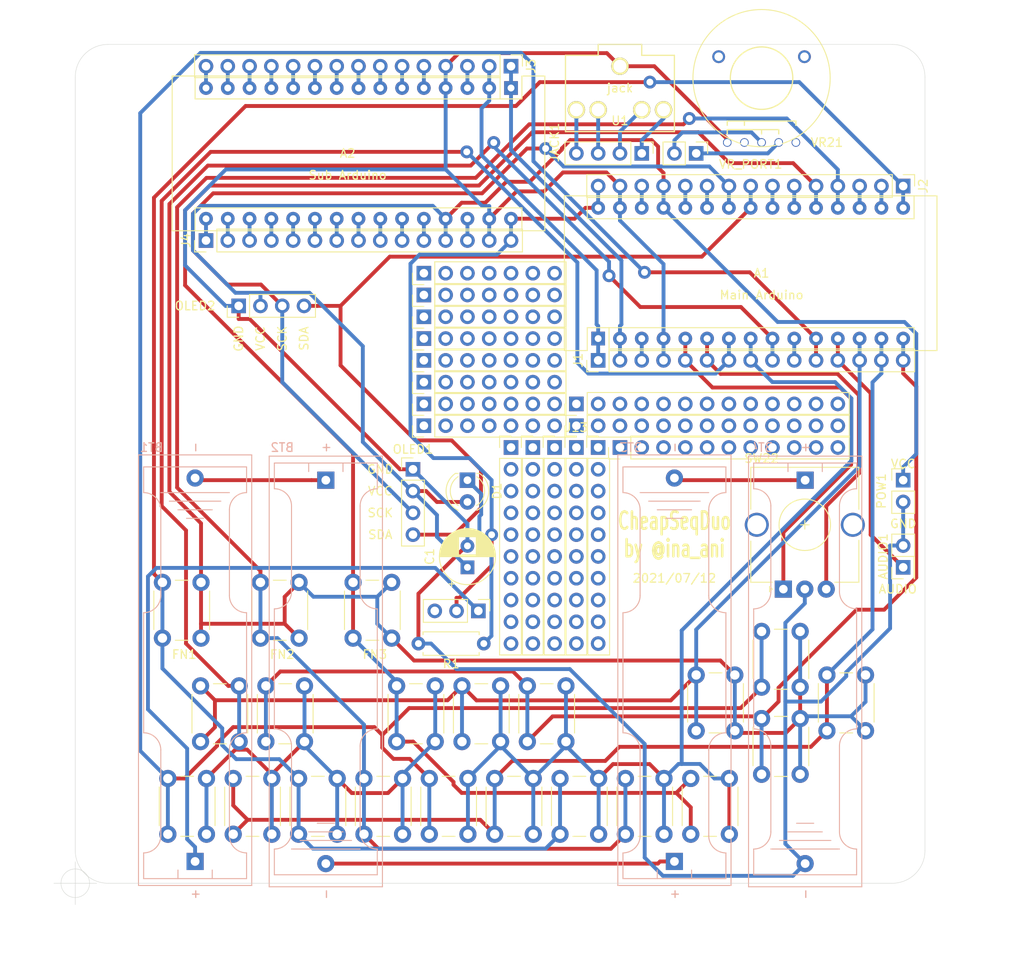
<source format=kicad_pcb>
(kicad_pcb (version 20171130) (host pcbnew "(5.1.2)-2")
  (layers (0 F.Cu signal) (31 B.Cu signal) (34 B.Paste user) (35 F.Paste user) (36 B.SilkS user) (37 F.SilkS user) (38 B.Mask user) (39 F.Mask user) (44 Edge.Cuts user))
  (net 0 "")
  (net 1 "Net-(BT1-Pad2)")
  (net 2 "Net-(BT2-Pad2)")
  (net 3 "Net-(BT3-Pad2)")
  (net 4 "Net-(BT1-Pad1)")
  (net 5 "Net-(D1-Pad1)")
  (net 6 "Net-(VR21-Pad4)")
  (net 7 "Net-(VR21-Pad3)")
  (net 8 "Net-(JACK1-Pad1)")
  (net 9 "Net-(JACK1-Pad2)")
  (net 10 "Net-(JACK1-Pad3)")
  (net 11 "Net-(JACK1-Pad4)")
  (net 12 A1-P1)
  (net 13 A1-P17)
  (net 14 A1-P2)
  (net 15 A1-P18)
  (net 16 A1-P3)
  (net 17 A1-P19)
  (net 18 A1-P29)
  (net 19 A1-P20)
  (net 20 A1-P5)
  (net 21 A1-P21)
  (net 22 A1-P6)
  (net 23 A1-P22)
  (net 24 A1-P7)
  (net 25 A1-P23)
  (net 26 A1-P8)
  (net 27 A1-P24)
  (net 28 A1-P9)
  (net 29 A1-P25)
  (net 30 A1-P10)
  (net 31 A1-P26)
  (net 32 A1-P11)
  (net 33 A1-P27)
  (net 34 A1-P12)
  (net 35 A1-P28)
  (net 36 A1-P13)
  (net 37 A1-P14)
  (net 38 A1-P30)
  (net 39 A1-P15)
  (net 40 A1-P16)
  (net 41 A2-P17)
  (net 42 A2-P18)
  (net 43 A2-P3)
  (net 44 A2-P19)
  (net 45 A2-P20)
  (net 46 A2-P5)
  (net 47 A2-P21)
  (net 48 A2-P6)
  (net 49 A2-P22)
  (net 50 A2-P7)
  (net 51 A2-P23)
  (net 52 A2-P8)
  (net 53 A2-P24)
  (net 54 A2-P9)
  (net 55 A2-P25)
  (net 56 A2-P10)
  (net 57 A2-P26)
  (net 58 A2-P11)
  (net 59 A2-P12)
  (net 60 A2-P28)
  (net 61 A2-P13)
  (net 62 A2-P14)
  (net 63 A2-P15)
  (net 64 A2-P16)
  (module Connector_PinHeader_2.54mm:PinHeader_1x04_P2.54mm_Vertical (layer F.Cu) (at 123.19 40.64)
    (fp_text reference OLED1 (at 0 -2.33) (layer F.SilkS))
    (fp_text value Conn_01x04_Female)
    (pad 1 thru_hole rect (at 0 0) (size 1.7 1.7) (drill 1) (layers *.Cu *.Mask) (net 18 A1-P29))
    (pad 2 thru_hole oval (at 0 2.54) (size 1.7 1.7) (drill 1) (layers *.Cu *.Mask) (net 33 A1-P27))
    (pad 3 thru_hole oval (at 0 5.08) (size 1.7 1.7) (drill 1) (layers *.Cu *.Mask) (net 27 A1-P24))
    (pad 4 thru_hole oval (at 0 7.62) (size 1.7 1.7) (drill 1) (layers *.Cu *.Mask) (net 25 A1-P23))
  )
  (module Connector_PinHeader_2.54mm:PinHeader_2x01_P2.54mm_Vertical (layer F.Cu) (at 180.34 52.07 90)
    (fp_text reference AUDIO1 (at 1.27 -2.33 90) (layer F.SilkS))
    (fp_text value Conn_01x02_Female)
    (pad 1 thru_hole rect (at 0 0 90) (size 1.7 1.7) (drill 1) (layers *.Cu *.Mask) (net 34 A1-P12))
    (pad 2 thru_hole oval (at 2.54 0 90) (size 1.7 1.7) (drill 1) (layers *.Cu *.Mask) (net 18 A1-P29))
  )
  (module Button_Switch_THT:SW_PUSH_6mm_H8mm (layer F.Cu) (at 156.21 71.12 90)
    (fp_text reference SW1)
    (fp_text value SW_SPST)
    (pad 2 thru_hole circle (at 0 4.5 180) (size 2 2) (drill 1.1) (layers *.Cu *.Mask) (net 28 A1-P9))
    (pad 1 thru_hole circle (at 0 0 180) (size 2 2) (drill 1.1) (layers *.Cu *.Mask) (net 36 A1-P13))
    (pad 2 thru_hole circle (at 6.5 4.5 180) (size 2 2) (drill 1.1) (layers *.Cu *.Mask) (net 28 A1-P9))
    (pad 1 thru_hole circle (at 6.5 0 180) (size 2 2) (drill 1.1) (layers *.Cu *.Mask) (net 36 A1-P13))
  )
  (module Button_Switch_THT:SW_PUSH_6mm_H8mm (layer F.Cu) (at 121.285 72.39 90)
    (fp_text reference SW2)
    (fp_text value SW_SPST)
    (pad 2 thru_hole circle (at 0 4.5 180) (size 2 2) (drill 1.1) (layers *.Cu *.Mask) (net 24 A1-P7))
    (pad 1 thru_hole circle (at 0 0 180) (size 2 2) (drill 1.1) (layers *.Cu *.Mask) (net 19 A1-P20))
    (pad 2 thru_hole circle (at 6.5 4.5 180) (size 2 2) (drill 1.1) (layers *.Cu *.Mask) (net 24 A1-P7))
    (pad 1 thru_hole circle (at 6.5 0 180) (size 2 2) (drill 1.1) (layers *.Cu *.Mask) (net 19 A1-P20))
  )
  (module Button_Switch_THT:SW_PUSH_6mm_H8mm (layer F.Cu) (at 128.905 72.39 90)
    (fp_text reference SW3)
    (fp_text value SW_SPST)
    (pad 1 thru_hole circle (at 6.5 0 180) (size 2 2) (drill 1.1) (layers *.Cu *.Mask) (net 36 A1-P13))
    (pad 2 thru_hole circle (at 6.5 4.5 180) (size 2 2) (drill 1.1) (layers *.Cu *.Mask) (net 26 A1-P8))
    (pad 1 thru_hole circle (at 0 0 180) (size 2 2) (drill 1.1) (layers *.Cu *.Mask) (net 36 A1-P13))
    (pad 2 thru_hole circle (at 0 4.5 180) (size 2 2) (drill 1.1) (layers *.Cu *.Mask) (net 26 A1-P8))
  )
  (module Button_Switch_THT:SW_PUSH_6mm_H8mm (layer F.Cu) (at 136.525 72.39 90)
    (fp_text reference SW4)
    (fp_text value SW_SPST)
    (pad 2 thru_hole circle (at 0 4.5 180) (size 2 2) (drill 1.1) (layers *.Cu *.Mask) (net 26 A1-P8))
    (pad 1 thru_hole circle (at 0 0 180) (size 2 2) (drill 1.1) (layers *.Cu *.Mask) (net 39 A1-P15))
    (pad 2 thru_hole circle (at 6.5 4.5 180) (size 2 2) (drill 1.1) (layers *.Cu *.Mask) (net 26 A1-P8))
    (pad 1 thru_hole circle (at 6.5 0 180) (size 2 2) (drill 1.1) (layers *.Cu *.Mask) (net 39 A1-P15))
  )
  (module Button_Switch_THT:SW_PUSH_6mm_H8mm (layer F.Cu) (at 98.425 72.39 90)
    (fp_text reference SW5)
    (fp_text value SW_SPST)
    (pad 2 thru_hole circle (at 0 4.5 180) (size 2 2) (drill 1.1) (layers *.Cu *.Mask) (net 24 A1-P7))
    (pad 1 thru_hole circle (at 0 0 180) (size 2 2) (drill 1.1) (layers *.Cu *.Mask) (net 36 A1-P13))
    (pad 2 thru_hole circle (at 6.5 4.5 180) (size 2 2) (drill 1.1) (layers *.Cu *.Mask) (net 24 A1-P7))
    (pad 1 thru_hole circle (at 6.5 0 180) (size 2 2) (drill 1.1) (layers *.Cu *.Mask) (net 36 A1-P13))
  )
  (module Button_Switch_THT:SW_PUSH_6mm_H8mm (layer F.Cu) (at 106.045 72.39 90)
    (fp_text reference SW6)
    (fp_text value SW_SPST)
    (pad 1 thru_hole circle (at 6.5 0 180) (size 2 2) (drill 1.1) (layers *.Cu *.Mask) (net 39 A1-P15))
    (pad 2 thru_hole circle (at 6.5 4.5 180) (size 2 2) (drill 1.1) (layers *.Cu *.Mask) (net 24 A1-P7))
    (pad 1 thru_hole circle (at 0 0 180) (size 2 2) (drill 1.1) (layers *.Cu *.Mask) (net 39 A1-P15))
    (pad 2 thru_hole circle (at 0 4.5 180) (size 2 2) (drill 1.1) (layers *.Cu *.Mask) (net 24 A1-P7))
  )
  (module Button_Switch_THT:SW_PUSH_6mm_H8mm (layer F.Cu) (at 163.83 66.04 90)
    (fp_text reference SW7)
    (fp_text value SW_SPST)
    (pad 1 thru_hole circle (at 6.5 0 180) (size 2 2) (drill 1.1) (layers *.Cu *.Mask) (net 32 A1-P11))
    (pad 2 thru_hole circle (at 6.5 4.5 180) (size 2 2) (drill 1.1) (layers *.Cu *.Mask) (net 28 A1-P9))
    (pad 1 thru_hole circle (at 0 0 180) (size 2 2) (drill 1.1) (layers *.Cu *.Mask) (net 32 A1-P11))
    (pad 2 thru_hole circle (at 0 4.5 180) (size 2 2) (drill 1.1) (layers *.Cu *.Mask) (net 28 A1-P9))
  )
  (module Button_Switch_THT:SW_PUSH_6mm_H8mm (layer F.Cu) (at 163.83 76.2 90)
    (fp_text reference SW8)
    (fp_text value SW_SPST)
    (pad 2 thru_hole circle (at 0 4.5 180) (size 2 2) (drill 1.1) (layers *.Cu *.Mask) (net 28 A1-P9))
    (pad 1 thru_hole circle (at 0 0 180) (size 2 2) (drill 1.1) (layers *.Cu *.Mask) (net 39 A1-P15))
    (pad 2 thru_hole circle (at 6.5 4.5 180) (size 2 2) (drill 1.1) (layers *.Cu *.Mask) (net 28 A1-P9))
    (pad 1 thru_hole circle (at 6.5 0 180) (size 2 2) (drill 1.1) (layers *.Cu *.Mask) (net 39 A1-P15))
  )
  (module Button_Switch_THT:SW_PUSH_6mm_H8mm (layer F.Cu) (at 93.98 60.325 90)
    (fp_text reference SW9)
    (fp_text value SW_SPST)
    (pad 1 thru_hole circle (at 6.5 0 180) (size 2 2) (drill 1.1) (layers *.Cu *.Mask) (net 40 A1-P16))
    (pad 2 thru_hole circle (at 6.5 4.5 180) (size 2 2) (drill 1.1) (layers *.Cu *.Mask) (net 28 A1-P9))
    (pad 1 thru_hole circle (at 0 0 180) (size 2 2) (drill 1.1) (layers *.Cu *.Mask) (net 40 A1-P16))
    (pad 2 thru_hole circle (at 0 4.5 180) (size 2 2) (drill 1.1) (layers *.Cu *.Mask) (net 28 A1-P9))
  )
  (module Button_Switch_THT:SW_PUSH_6mm_H8mm (layer F.Cu) (at 105.41 60.325 90)
    (fp_text reference SW10)
    (fp_text value SW_SPST)
    (pad 1 thru_hole circle (at 6.5 0 180) (size 2 2) (drill 1.1) (layers *.Cu *.Mask) (net 17 A1-P19))
    (pad 2 thru_hole circle (at 6.5 4.5 180) (size 2 2) (drill 1.1) (layers *.Cu *.Mask) (net 28 A1-P9))
    (pad 1 thru_hole circle (at 0 0 180) (size 2 2) (drill 1.1) (layers *.Cu *.Mask) (net 17 A1-P19))
    (pad 2 thru_hole circle (at 0 4.5 180) (size 2 2) (drill 1.1) (layers *.Cu *.Mask) (net 28 A1-P9))
  )
  (module Button_Switch_THT:SW_PUSH_6mm_H8mm (layer F.Cu) (at 116.205 60.325 90)
    (fp_text reference SW11)
    (fp_text value SW_SPST)
    (pad 1 thru_hole circle (at 6.5 0 180) (size 2 2) (drill 1.1) (layers *.Cu *.Mask) (net 19 A1-P20))
    (pad 2 thru_hole circle (at 6.5 4.5 180) (size 2 2) (drill 1.1) (layers *.Cu *.Mask) (net 28 A1-P9))
    (pad 1 thru_hole circle (at 0 0 180) (size 2 2) (drill 1.1) (layers *.Cu *.Mask) (net 19 A1-P20))
    (pad 2 thru_hole circle (at 0 4.5 180) (size 2 2) (drill 1.1) (layers *.Cu *.Mask) (net 28 A1-P9))
  )
  (module Button_Switch_THT:SW_PUSH_6mm_H8mm (layer F.Cu) (at 94.615 83.185 90)
    (fp_text reference SW12)
    (fp_text value SW_SPST)
    (pad 1 thru_hole circle (at 6.5 0 180) (size 2 2) (drill 1.1) (layers *.Cu *.Mask) (net 32 A1-P11))
    (pad 2 thru_hole circle (at 6.5 4.5 180) (size 2 2) (drill 1.1) (layers *.Cu *.Mask) (net 24 A1-P7))
    (pad 1 thru_hole circle (at 0 0 180) (size 2 2) (drill 1.1) (layers *.Cu *.Mask) (net 32 A1-P11))
    (pad 2 thru_hole circle (at 0 4.5 180) (size 2 2) (drill 1.1) (layers *.Cu *.Mask) (net 24 A1-P7))
  )
  (module Button_Switch_THT:SW_PUSH_6mm_H8mm (layer F.Cu) (at 102.235 83.185 90)
    (fp_text reference SW13)
    (fp_text value SW_SPST)
    (pad 2 thru_hole circle (at 0 4.5 180) (size 2 2) (drill 1.1) (layers *.Cu *.Mask) (net 24 A1-P7))
    (pad 1 thru_hole circle (at 0 0 180) (size 2 2) (drill 1.1) (layers *.Cu *.Mask) (net 37 A1-P14))
    (pad 2 thru_hole circle (at 6.5 4.5 180) (size 2 2) (drill 1.1) (layers *.Cu *.Mask) (net 24 A1-P7))
    (pad 1 thru_hole circle (at 6.5 0 180) (size 2 2) (drill 1.1) (layers *.Cu *.Mask) (net 37 A1-P14))
  )
  (module Button_Switch_THT:SW_PUSH_6mm_H8mm (layer F.Cu) (at 109.855 83.185 90)
    (fp_text reference SW14)
    (fp_text value SW_SPST)
    (pad 1 thru_hole circle (at 6.5 0 180) (size 2 2) (drill 1.1) (layers *.Cu *.Mask) (net 40 A1-P16))
    (pad 2 thru_hole circle (at 6.5 4.5 180) (size 2 2) (drill 1.1) (layers *.Cu *.Mask) (net 24 A1-P7))
    (pad 1 thru_hole circle (at 0 0 180) (size 2 2) (drill 1.1) (layers *.Cu *.Mask) (net 40 A1-P16))
    (pad 2 thru_hole circle (at 0 4.5 180) (size 2 2) (drill 1.1) (layers *.Cu *.Mask) (net 24 A1-P7))
  )
  (module Button_Switch_THT:SW_PUSH_6mm_H8mm (layer F.Cu) (at 117.475 83.185 90)
    (fp_text reference SW15)
    (fp_text value SW_SPST)
    (pad 2 thru_hole circle (at 0 4.5 180) (size 2 2) (drill 1.1) (layers *.Cu *.Mask) (net 24 A1-P7))
    (pad 1 thru_hole circle (at 0 0 180) (size 2 2) (drill 1.1) (layers *.Cu *.Mask) (net 17 A1-P19))
    (pad 2 thru_hole circle (at 6.5 4.5 180) (size 2 2) (drill 1.1) (layers *.Cu *.Mask) (net 24 A1-P7))
    (pad 1 thru_hole circle (at 6.5 0 180) (size 2 2) (drill 1.1) (layers *.Cu *.Mask) (net 17 A1-P19))
  )
  (module Button_Switch_THT:SW_PUSH_6mm_H8mm (layer F.Cu) (at 125.095 83.185 90)
    (fp_text reference SW16)
    (fp_text value SW_SPST)
    (pad 2 thru_hole circle (at 0 4.5 180) (size 2 2) (drill 1.1) (layers *.Cu *.Mask) (net 26 A1-P8))
    (pad 1 thru_hole circle (at 0 0 180) (size 2 2) (drill 1.1) (layers *.Cu *.Mask) (net 32 A1-P11))
    (pad 2 thru_hole circle (at 6.5 4.5 180) (size 2 2) (drill 1.1) (layers *.Cu *.Mask) (net 26 A1-P8))
    (pad 1 thru_hole circle (at 6.5 0 180) (size 2 2) (drill 1.1) (layers *.Cu *.Mask) (net 32 A1-P11))
  )
  (module Button_Switch_THT:SW_PUSH_6mm_H8mm (layer F.Cu) (at 132.715 83.185 90)
    (fp_text reference SW17)
    (fp_text value SW_SPST)
    (pad 1 thru_hole circle (at 6.5 0 180) (size 2 2) (drill 1.1) (layers *.Cu *.Mask) (net 37 A1-P14))
    (pad 2 thru_hole circle (at 6.5 4.5 180) (size 2 2) (drill 1.1) (layers *.Cu *.Mask) (net 26 A1-P8))
    (pad 1 thru_hole circle (at 0 0 180) (size 2 2) (drill 1.1) (layers *.Cu *.Mask) (net 37 A1-P14))
    (pad 2 thru_hole circle (at 0 4.5 180) (size 2 2) (drill 1.1) (layers *.Cu *.Mask) (net 26 A1-P8))
  )
  (module Button_Switch_THT:SW_PUSH_6mm_H8mm (layer F.Cu) (at 140.335 83.185 90)
    (fp_text reference SW18)
    (fp_text value SW_SPST)
    (pad 2 thru_hole circle (at 0 4.5 180) (size 2 2) (drill 1.1) (layers *.Cu *.Mask) (net 26 A1-P8))
    (pad 1 thru_hole circle (at 0 0 180) (size 2 2) (drill 1.1) (layers *.Cu *.Mask) (net 40 A1-P16))
    (pad 2 thru_hole circle (at 6.5 4.5 180) (size 2 2) (drill 1.1) (layers *.Cu *.Mask) (net 26 A1-P8))
    (pad 1 thru_hole circle (at 6.5 0 180) (size 2 2) (drill 1.1) (layers *.Cu *.Mask) (net 40 A1-P16))
  )
  (module Button_Switch_THT:SW_PUSH_6mm_H8mm (layer F.Cu) (at 147.955 83.185 90)
    (fp_text reference SW19)
    (fp_text value SW_SPST)
    (pad 1 thru_hole circle (at 6.5 0 180) (size 2 2) (drill 1.1) (layers *.Cu *.Mask) (net 17 A1-P19))
    (pad 2 thru_hole circle (at 6.5 4.5 180) (size 2 2) (drill 1.1) (layers *.Cu *.Mask) (net 26 A1-P8))
    (pad 1 thru_hole circle (at 0 0 180) (size 2 2) (drill 1.1) (layers *.Cu *.Mask) (net 17 A1-P19))
    (pad 2 thru_hole circle (at 0 4.5 180) (size 2 2) (drill 1.1) (layers *.Cu *.Mask) (net 26 A1-P8))
  )
  (module Button_Switch_THT:SW_PUSH_6mm_H8mm (layer F.Cu) (at 155.575 83.185 90)
    (fp_text reference SW20)
    (fp_text value SW_SPST)
    (pad 2 thru_hole circle (at 0 4.5 180) (size 2 2) (drill 1.1) (layers *.Cu *.Mask) (net 26 A1-P8))
    (pad 1 thru_hole circle (at 0 0 180) (size 2 2) (drill 1.1) (layers *.Cu *.Mask) (net 19 A1-P20))
    (pad 2 thru_hole circle (at 6.5 4.5 180) (size 2 2) (drill 1.1) (layers *.Cu *.Mask) (net 26 A1-P8))
    (pad 1 thru_hole circle (at 6.5 0 180) (size 2 2) (drill 1.1) (layers *.Cu *.Mask) (net 19 A1-P20))
  )
  (module Button_Switch_THT:SW_PUSH_6mm_H8mm (layer F.Cu) (at 171.45 71.12 90)
    (fp_text reference SW21)
    (fp_text value SW_SPST)
    (pad 1 thru_hole circle (at 6.5 0 180) (size 2 2) (drill 1.1) (layers *.Cu *.Mask) (net 37 A1-P14))
    (pad 2 thru_hole circle (at 6.5 4.5 180) (size 2 2) (drill 1.1) (layers *.Cu *.Mask) (net 28 A1-P9))
    (pad 1 thru_hole circle (at 0 0 180) (size 2 2) (drill 1.1) (layers *.Cu *.Mask) (net 37 A1-P14))
    (pad 2 thru_hole circle (at 0 4.5 180) (size 2 2) (drill 1.1) (layers *.Cu *.Mask) (net 28 A1-P9))
  )
  (module Rotary_Encoder:RotaryEncoder_Alps_EC12E_Vertical_H20mm_CircularMountingHoles (layer F.Cu) (at 166.37 54.61 90)
    (fp_text reference SW22 (at 15.24 -2.54 180) (layer F.SilkS))
    (fp_text value Rotary_Encoder)
    (pad MP thru_hole circle (at 7.5 8.1 90) (size 2.8 2.8) (drill 2.2) (layers *.Cu *.Mask))
    (pad MP thru_hole circle (at 7.5 -3.1 90) (size 2.8 2.8) (drill 2.2) (layers *.Cu *.Mask))
    (pad B thru_hole circle (at 0 5 90) (size 2 2) (drill 1) (layers *.Cu *.Mask) (net 22 A1-P6))
    (pad C thru_hole circle (at 0 2.5 90) (size 2 2) (drill 1) (layers *.Cu *.Mask) (net 18 A1-P29))
    (pad A thru_hole rect (at 0 0 90) (size 2 2) (drill 1) (layers *.Cu *.Mask) (net 20 A1-P5))
  )
  (module Module:Arduino_Nano (layer F.Cu) (at 144.78 25.4 90)
    (fp_text reference A1 (at 7.62 19.05) (layer F.SilkS))
    (fp_text value Arduino_Nano_v3.x)
    (pad 1 thru_hole rect (at 0 0 90) (size 1.6 1.6) (drill 0.8) (layers *.Cu *.Mask) (net 12 A1-P1))
    (pad 17 thru_hole oval (at 15.24 33.02 90) (size 1.6 1.6) (drill 0.8) (layers *.Cu *.Mask) (net 13 A1-P17))
    (pad 2 thru_hole oval (at 0 2.54 90) (size 1.6 1.6) (drill 0.8) (layers *.Cu *.Mask) (net 14 A1-P2))
    (pad 18 thru_hole oval (at 15.24 30.48 90) (size 1.6 1.6) (drill 0.8) (layers *.Cu *.Mask) (net 15 A1-P18))
    (pad 3 thru_hole oval (at 0 5.08 90) (size 1.6 1.6) (drill 0.8) (layers *.Cu *.Mask) (net 16 A1-P3))
    (pad 19 thru_hole oval (at 15.24 27.94 90) (size 1.6 1.6) (drill 0.8) (layers *.Cu *.Mask) (net 17 A1-P19))
    (pad 4 thru_hole oval (at 0 7.62 90) (size 1.6 1.6) (drill 0.8) (layers *.Cu *.Mask) (net 18 A1-P29))
    (pad 20 thru_hole oval (at 15.24 25.4 90) (size 1.6 1.6) (drill 0.8) (layers *.Cu *.Mask) (net 19 A1-P20))
    (pad 5 thru_hole oval (at 0 10.16 90) (size 1.6 1.6) (drill 0.8) (layers *.Cu *.Mask) (net 20 A1-P5))
    (pad 21 thru_hole oval (at 15.24 22.86 90) (size 1.6 1.6) (drill 0.8) (layers *.Cu *.Mask) (net 21 A1-P21))
    (pad 6 thru_hole oval (at 0 12.7 90) (size 1.6 1.6) (drill 0.8) (layers *.Cu *.Mask) (net 22 A1-P6))
    (pad 22 thru_hole oval (at 15.24 20.32 90) (size 1.6 1.6) (drill 0.8) (layers *.Cu *.Mask) (net 23 A1-P22))
    (pad 7 thru_hole oval (at 0 15.24 90) (size 1.6 1.6) (drill 0.8) (layers *.Cu *.Mask) (net 24 A1-P7))
    (pad 23 thru_hole oval (at 15.24 17.78 90) (size 1.6 1.6) (drill 0.8) (layers *.Cu *.Mask) (net 25 A1-P23))
    (pad 8 thru_hole oval (at 0 17.78 90) (size 1.6 1.6) (drill 0.8) (layers *.Cu *.Mask) (net 26 A1-P8))
    (pad 24 thru_hole oval (at 15.24 15.24 90) (size 1.6 1.6) (drill 0.8) (layers *.Cu *.Mask) (net 27 A1-P24))
    (pad 9 thru_hole oval (at 0 20.32 90) (size 1.6 1.6) (drill 0.8) (layers *.Cu *.Mask) (net 28 A1-P9))
    (pad 25 thru_hole oval (at 15.24 12.7 90) (size 1.6 1.6) (drill 0.8) (layers *.Cu *.Mask) (net 29 A1-P25))
    (pad 10 thru_hole oval (at 0 22.86 90) (size 1.6 1.6) (drill 0.8) (layers *.Cu *.Mask) (net 30 A1-P10))
    (pad 26 thru_hole oval (at 15.24 10.16 90) (size 1.6 1.6) (drill 0.8) (layers *.Cu *.Mask) (net 31 A1-P26))
    (pad 11 thru_hole oval (at 0 25.4 90) (size 1.6 1.6) (drill 0.8) (layers *.Cu *.Mask) (net 32 A1-P11))
    (pad 27 thru_hole oval (at 15.24 7.62 90) (size 1.6 1.6) (drill 0.8) (layers *.Cu *.Mask) (net 33 A1-P27))
    (pad 12 thru_hole oval (at 0 27.94 90) (size 1.6 1.6) (drill 0.8) (layers *.Cu *.Mask) (net 34 A1-P12))
    (pad 28 thru_hole oval (at 15.24 5.08 90) (size 1.6 1.6) (drill 0.8) (layers *.Cu *.Mask) (net 35 A1-P28))
    (pad 13 thru_hole oval (at 0 30.48 90) (size 1.6 1.6) (drill 0.8) (layers *.Cu *.Mask) (net 36 A1-P13))
    (pad 29 thru_hole oval (at 15.24 2.54 90) (size 1.6 1.6) (drill 0.8) (layers *.Cu *.Mask) (net 18 A1-P29))
    (pad 14 thru_hole oval (at 0 33.02 90) (size 1.6 1.6) (drill 0.8) (layers *.Cu *.Mask) (net 37 A1-P14))
    (pad 30 thru_hole oval (at 15.24 0 90) (size 1.6 1.6) (drill 0.8) (layers *.Cu *.Mask) (net 38 A1-P30))
    (pad 15 thru_hole oval (at 0 35.56 90) (size 1.6 1.6) (drill 0.8) (layers *.Cu *.Mask) (net 39 A1-P15))
    (pad 16 thru_hole oval (at 15.24 35.56 90) (size 1.6 1.6) (drill 0.8) (layers *.Cu *.Mask) (net 40 A1-P16))
  )
  (module Battery:BatteryHolder_Keystone_2466_1xAAA (layer B.Cu) (at 97.79 86.36 90)
    (fp_text reference BT1 (at 48.26 -5.08 180) (layer B.SilkS) (effects (justify mirror)))
    (fp_text value Battery_Cell)
    (fp_text user - (at 48.26 0 -90) (layer B.SilkS) (effects (justify mirror)))
    (fp_text user + (at -3.81 0 -90) (layer B.SilkS) (effects (justify mirror)))
    (pad 1 thru_hole rect (at 0 0 90) (size 2 2) (drill 1.02) (layers *.Cu *.Mask) (net 4 "Net-(BT1-Pad1)"))
    (pad 2 thru_hole circle (at 44.7 0 90) (size 2 2) (drill 1.02) (layers *.Cu *.Mask) (net 1 "Net-(BT1-Pad2)"))
  )
  (module Battery:BatteryHolder_Keystone_2466_1xAAA (layer B.Cu) (at 113.03 41.91 270)
    (fp_text reference BT2 (at -3.81 5.08 180) (layer B.SilkS) (effects (justify mirror)))
    (fp_text value Battery_Cell)
    (fp_text user + (at -3.81 0 270) (layer B.SilkS) (effects (justify mirror)))
    (fp_text user - (at 48.26 0 270) (layer B.SilkS) (effects (justify mirror)))
    (pad 2 thru_hole circle (at 44.7 0 270) (size 2 2) (drill 1.02) (layers *.Cu *.Mask) (net 2 "Net-(BT2-Pad2)"))
    (pad 1 thru_hole rect (at 0 0 270) (size 2 2) (drill 1.02) (layers *.Cu *.Mask) (net 1 "Net-(BT1-Pad2)"))
  )
  (module Battery:BatteryHolder_Keystone_2466_1xAAA (layer B.Cu) (at 153.67 86.36 90)
    (fp_text reference BT3 (at 48.26 -5.08 180) (layer B.SilkS) (effects (justify mirror)))
    (fp_text value Battery_Cell)
    (fp_text user - (at 48.26 0 -90) (layer B.SilkS) (effects (justify mirror)))
    (fp_text user + (at -3.81 0 -90) (layer B.SilkS) (effects (justify mirror)))
    (pad 1 thru_hole rect (at 0 0 90) (size 2 2) (drill 1.02) (layers *.Cu *.Mask) (net 2 "Net-(BT2-Pad2)"))
    (pad 2 thru_hole circle (at 44.7 0 90) (size 2 2) (drill 1.02) (layers *.Cu *.Mask) (net 3 "Net-(BT3-Pad2)"))
  )
  (module Battery:BatteryHolder_Keystone_2466_1xAAA (layer B.Cu) (at 168.91 41.91 270)
    (fp_text reference BT4 (at -3.81 5.08 180) (layer B.SilkS) (effects (justify mirror)))
    (fp_text value Battery_Cell)
    (fp_text user + (at -3.81 0 270) (layer B.SilkS) (effects (justify mirror)))
    (fp_text user - (at 48.26 0 270) (layer B.SilkS) (effects (justify mirror)))
    (pad 2 thru_hole circle (at 44.7 0 270) (size 2 2) (drill 1.02) (layers *.Cu *.Mask) (net 18 A1-P29))
    (pad 1 thru_hole rect (at 0 0 270) (size 2 2) (drill 1.02) (layers *.Cu *.Mask) (net 3 "Net-(BT3-Pad2)"))
  )
  (module Capacitor_THT:CP_Radial_D6.3mm_P2.50mm (layer F.Cu) (at 129.54 52.07 90)
    (fp_text reference C1 (at 1.25 -4.4 90) (layer F.SilkS))
    (fp_text value CP)
    (pad 1 thru_hole rect (at 0 0 90) (size 1.6 1.6) (drill 0.8) (layers *.Cu *.Mask) (net 33 A1-P27))
    (pad 2 thru_hole circle (at 2.5 0 90) (size 1.6 1.6) (drill 0.8) (layers *.Cu *.Mask) (net 18 A1-P29))
  )
  (module Connector_PinHeader_2.54mm:PinHeader_1x02_P2.54mm_Vertical (layer F.Cu) (at 180.34 41.91)
    (fp_text reference POW1 (at -2.54 1.27 90) (layer F.SilkS))
    (fp_text value Conn_01x02_Female)
    (pad 1 thru_hole rect (at 0 0) (size 1.7 1.7) (drill 1) (layers *.Cu *.Mask) (net 33 A1-P27))
    (pad 2 thru_hole oval (at 0 2.54) (size 1.7 1.7) (drill 1) (layers *.Cu *.Mask) (net 18 A1-P29))
  )
  (module Module:Arduino_Nano (layer F.Cu) (at 134.62 -3.81 270)
    (fp_text reference A2 (at 7.62 19.05 180) (layer F.SilkS))
    (fp_text value Arduino_Nano_v3.x)
    (pad 1 thru_hole rect (at 0 0 270) (size 1.6 1.6) (drill 0.8) (layers *.Cu *.Mask) (net 14 A1-P2))
    (pad 17 thru_hole oval (at 15.24 33.02 270) (size 1.6 1.6) (drill 0.8) (layers *.Cu *.Mask) (net 41 A2-P17))
    (pad 2 thru_hole oval (at 0 2.54 270) (size 1.6 1.6) (drill 0.8) (layers *.Cu *.Mask) (net 12 A1-P1))
    (pad 18 thru_hole oval (at 15.24 30.48 270) (size 1.6 1.6) (drill 0.8) (layers *.Cu *.Mask) (net 42 A2-P18))
    (pad 3 thru_hole oval (at 0 5.08 270) (size 1.6 1.6) (drill 0.8) (layers *.Cu *.Mask) (net 43 A2-P3))
    (pad 19 thru_hole oval (at 15.24 27.94 270) (size 1.6 1.6) (drill 0.8) (layers *.Cu *.Mask) (net 44 A2-P19))
    (pad 4 thru_hole oval (at 0 7.62 270) (size 1.6 1.6) (drill 0.8) (layers *.Cu *.Mask) (net 18 A1-P29))
    (pad 20 thru_hole oval (at 15.24 25.4 270) (size 1.6 1.6) (drill 0.8) (layers *.Cu *.Mask) (net 45 A2-P20))
    (pad 5 thru_hole oval (at 0 10.16 270) (size 1.6 1.6) (drill 0.8) (layers *.Cu *.Mask) (net 46 A2-P5))
    (pad 21 thru_hole oval (at 15.24 22.86 270) (size 1.6 1.6) (drill 0.8) (layers *.Cu *.Mask) (net 47 A2-P21))
    (pad 6 thru_hole oval (at 0 12.7 270) (size 1.6 1.6) (drill 0.8) (layers *.Cu *.Mask) (net 48 A2-P6))
    (pad 22 thru_hole oval (at 15.24 20.32 270) (size 1.6 1.6) (drill 0.8) (layers *.Cu *.Mask) (net 49 A2-P22))
    (pad 7 thru_hole oval (at 0 15.24 270) (size 1.6 1.6) (drill 0.8) (layers *.Cu *.Mask) (net 50 A2-P7))
    (pad 23 thru_hole oval (at 15.24 17.78 270) (size 1.6 1.6) (drill 0.8) (layers *.Cu *.Mask) (net 51 A2-P23))
    (pad 8 thru_hole oval (at 0 17.78 270) (size 1.6 1.6) (drill 0.8) (layers *.Cu *.Mask) (net 52 A2-P8))
    (pad 24 thru_hole oval (at 15.24 15.24 270) (size 1.6 1.6) (drill 0.8) (layers *.Cu *.Mask) (net 53 A2-P24))
    (pad 9 thru_hole oval (at 0 20.32 270) (size 1.6 1.6) (drill 0.8) (layers *.Cu *.Mask) (net 54 A2-P9))
    (pad 25 thru_hole oval (at 15.24 12.7 270) (size 1.6 1.6) (drill 0.8) (layers *.Cu *.Mask) (net 55 A2-P25))
    (pad 10 thru_hole oval (at 0 22.86 270) (size 1.6 1.6) (drill 0.8) (layers *.Cu *.Mask) (net 56 A2-P10))
    (pad 26 thru_hole oval (at 15.24 10.16 270) (size 1.6 1.6) (drill 0.8) (layers *.Cu *.Mask) (net 57 A2-P26))
    (pad 11 thru_hole oval (at 0 25.4 270) (size 1.6 1.6) (drill 0.8) (layers *.Cu *.Mask) (net 58 A2-P11))
    (pad 27 thru_hole oval (at 15.24 7.62 270) (size 1.6 1.6) (drill 0.8) (layers *.Cu *.Mask) (net 33 A1-P27))
    (pad 12 thru_hole oval (at 0 27.94 270) (size 1.6 1.6) (drill 0.8) (layers *.Cu *.Mask) (net 59 A2-P12))
    (pad 28 thru_hole oval (at 15.24 5.08 270) (size 1.6 1.6) (drill 0.8) (layers *.Cu *.Mask) (net 60 A2-P28))
    (pad 13 thru_hole oval (at 0 30.48 270) (size 1.6 1.6) (drill 0.8) (layers *.Cu *.Mask) (net 61 A2-P13))
    (pad 29 thru_hole oval (at 15.24 2.54 270) (size 1.6 1.6) (drill 0.8) (layers *.Cu *.Mask) (net 18 A1-P29))
    (pad 14 thru_hole oval (at 0 33.02 270) (size 1.6 1.6) (drill 0.8) (layers *.Cu *.Mask) (net 62 A2-P14))
    (pad 30 thru_hole oval (at 15.24 0 270) (size 1.6 1.6) (drill 0.8) (layers *.Cu *.Mask) (net 38 A1-P30))
    (pad 15 thru_hole oval (at 0 35.56 270) (size 1.6 1.6) (drill 0.8) (layers *.Cu *.Mask) (net 63 A2-P15))
    (pad 16 thru_hole oval (at 15.24 35.56 270) (size 1.6 1.6) (drill 0.8) (layers *.Cu *.Mask) (net 64 A2-P16))
  )
  (module rakuchord-draft:jack (layer F.Cu) (at 147.32 -3.81 180)
    (fp_text reference U1 (at 0 -3.81) (layer F.SilkS))
    (fp_text value jack (at 0 0) (layer F.SilkS))
    (pad 1 thru_hole circle (at 0 2.54 180) (size 2.032 2.032) (drill 1.524) (layers *.Cu *.Mask F.SilkS) (net 18 A1-P29))
    (pad 2 thru_hole circle (at -5.08 -2.54 180) (size 2.032 2.032) (drill 1.524) (layers *.Cu *.Mask F.SilkS) (net 8 "Net-(JACK1-Pad1)"))
    (pad 3 thru_hole circle (at -2.54 -2.54 180) (size 2.032 2.032) (drill 1.524) (layers *.Cu *.Mask F.SilkS) (net 9 "Net-(JACK1-Pad2)"))
    (pad 4 thru_hole circle (at 2.54 -2.54 180) (size 2.032 2.032) (drill 1.524) (layers *.Cu *.Mask F.SilkS) (net 10 "Net-(JACK1-Pad3)"))
    (pad 5 thru_hole circle (at 5.08 -2.54 180) (size 2.032 2.032) (drill 1.524) (layers *.Cu *.Mask F.SilkS) (net 11 "Net-(JACK1-Pad4)"))
  )
  (module Connector_PinHeader_2.54mm:PinHeader_1x04_P2.54mm_Vertical (layer F.Cu) (at 149.86 3.81 270)
    (fp_text reference JACK1 (at -1.27 10.16 270) (layer F.SilkS))
    (fp_text value Conn_01x04_Female)
    (pad 1 thru_hole rect (at 0 0 270) (size 1.7 1.7) (drill 1) (layers *.Cu *.Mask) (net 8 "Net-(JACK1-Pad1)"))
    (pad 2 thru_hole oval (at 0 2.54 270) (size 1.7 1.7) (drill 1) (layers *.Cu *.Mask) (net 9 "Net-(JACK1-Pad2)"))
    (pad 3 thru_hole oval (at 0 5.08 270) (size 1.7 1.7) (drill 1) (layers *.Cu *.Mask) (net 10 "Net-(JACK1-Pad3)"))
    (pad 4 thru_hole oval (at 0 7.62 270) (size 1.7 1.7) (drill 1) (layers *.Cu *.Mask) (net 11 "Net-(JACK1-Pad4)"))
  )
  (module Connector_PinHeader_2.54mm:PinHeader_1x04_P2.54mm_Vertical (layer F.Cu) (at 102.87 21.59 90)
    (fp_text reference OLED2 (at 0 -5.08 180) (layer F.SilkS))
    (fp_text value Conn_01x04_Female)
    (pad 1 thru_hole rect (at 0 0 90) (size 1.7 1.7) (drill 1) (layers *.Cu *.Mask) (net 18 A1-P29))
    (pad 2 thru_hole oval (at 0 2.54 90) (size 1.7 1.7) (drill 1) (layers *.Cu *.Mask) (net 33 A1-P27))
    (pad 3 thru_hole oval (at 0 5.08 90) (size 1.7 1.7) (drill 1) (layers *.Cu *.Mask) (net 27 A1-P24))
    (pad 4 thru_hole oval (at 0 7.62 90) (size 1.7 1.7) (drill 1) (layers *.Cu *.Mask) (net 25 A1-P23))
  )
  (module Connector_PinHeader_2.54mm:PinHeader_1x03_P2.54mm_Vertical (layer F.Cu) (at 130.81 57.15 270)
    (fp_text reference SW23)
    (fp_text value SW_SPDT)
    (pad 1 thru_hole rect (at 0 0 270) (size 1.7 1.7) (drill 1) (layers *.Cu *.Mask) (net 4 "Net-(BT1-Pad1)"))
    (pad 2 thru_hole oval (at 0 2.54 270) (size 1.7 1.7) (drill 1) (layers *.Cu *.Mask) (net 38 A1-P30))
    (pad 3 thru_hole oval (at 0 5.08 270) (size 1.7 1.7) (drill 1) (layers *.Cu *.Mask))
  )
  (module LED_THT:LED_D4.0mm (layer F.Cu) (at 129.54 41.91 270)
    (fp_text reference D1 (at 1.27 -3.46 90) (layer F.SilkS))
    (fp_text value LED)
    (pad 1 thru_hole rect (at 0 0 270) (size 1.8 1.8) (drill 0.9) (layers *.Cu *.Mask) (net 5 "Net-(D1-Pad1)"))
    (pad 2 thru_hole circle (at 2.54 0 270) (size 1.8 1.8) (drill 0.9) (layers *.Cu *.Mask) (net 33 A1-P27))
  )
  (module Resistor_THT:R_Axial_DIN0207_L6.3mm_D2.5mm_P7.62mm_Horizontal (layer F.Cu) (at 131.445 60.96 180)
    (fp_text reference R1 (at 3.81 -2.37) (layer F.SilkS))
    (fp_text value R)
    (pad 1 thru_hole circle (at 0 0 180) (size 1.6 1.6) (drill 0.8) (layers *.Cu *.Mask) (net 5 "Net-(D1-Pad1)"))
    (pad 2 thru_hole oval (at 7.62 0 180) (size 1.6 1.6) (drill 0.8) (layers *.Cu *.Mask) (net 18 A1-P29))
  )
  (module rakuchord-draft:potentiometer2 (layer F.Cu) (at 163.83 2.54)
    (fp_text reference VR21 (at 7.62 0) (layer F.SilkS))
    (fp_text value dual-potentiomater2)
    (pad 6 thru_hole circle (at -5 -10) (size 1.5 1.5) (drill 1) (layers *.Cu *.Mask))
    (pad 5 thru_hole circle (at 4 0) (size 1 1) (drill 0.8) (layers *.Cu *.Mask))
    (pad 4 thru_hole circle (at 2 0) (size 1 1) (drill 0.8) (layers *.Cu *.Mask) (net 6 "Net-(VR21-Pad4)"))
    (pad 3 thru_hole circle (at 0 0) (size 1 1) (drill 0.8) (layers *.Cu *.Mask) (net 7 "Net-(VR21-Pad3)"))
    (pad 2 thru_hole circle (at -2 0) (size 1 1) (drill 0.8) (layers *.Cu *.Mask))
    (pad 1 thru_hole circle (at -4 0) (size 1 1) (drill 0.8) (layers *.Cu *.Mask) (net 18 A1-P29))
    (pad 6 thru_hole circle (at 5 -10) (size 1.5 1.5) (drill 1) (layers *.Cu *.Mask))
  )
  (module Connector_PinHeader_2.54mm:PinHeader_1x02_P2.54mm_Vertical (layer F.Cu) (at 156.21 3.81 270)
    (fp_text reference VR_PORT1 (at 1.27 -6.35 180) (layer F.SilkS))
    (fp_text value Conn_01x02_Female)
    (pad 1 thru_hole rect (at 0 0 270) (size 1.7 1.7) (drill 1) (layers *.Cu *.Mask) (net 6 "Net-(VR21-Pad4)"))
    (pad 2 thru_hole oval (at 0 2.54 270) (size 1.7 1.7) (drill 1) (layers *.Cu *.Mask) (net 7 "Net-(VR21-Pad3)"))
  )
  (module MountingHole:MountingHole_3.2mm_M3 (layer F.Cu) (at 87.63 85.09)
    (fp_text reference M0)
    (fp_text value Conn_01x01_Female)
    (pad 1 np_thru_hole circle (at 0 0) (size 3.2 3.2) (drill 3.2) (layers *.Cu *.Mask))
  )
  (module MountingHole:MountingHole_3.2mm_M3 (layer F.Cu) (at 87.63 -5.08)
    (fp_text reference M1)
    (fp_text value Conn_01x01_Female)
    (pad 1 np_thru_hole circle (at 0 0) (size 3.2 3.2) (drill 3.2) (layers *.Cu *.Mask))
  )
  (module MountingHole:MountingHole_3.2mm_M3 (layer F.Cu) (at 179.07 85.09)
    (fp_text reference M2)
    (fp_text value Conn_01x01_Female)
    (pad 1 np_thru_hole circle (at 0 0) (size 3.2 3.2) (drill 3.2) (layers *.Cu *.Mask))
  )
  (module MountingHole:MountingHole_3.2mm_M3 (layer F.Cu) (at 179.065 -5.08)
    (fp_text reference M3)
    (fp_text value Conn_01x01_Female)
    (pad 1 np_thru_hole circle (at 0 0) (size 3.2 3.2) (drill 3.2) (layers *.Cu *.Mask))
  )
  (module Connector_PinHeader_2.54mm:PinHeader_1x15_P2.54mm_Vertical (layer F.Cu) (at 144.78 27.94 90)
    (fp_text reference J1 (at 0 -2.33 90) (layer F.SilkS))
    (fp_text value Conn_01x15_Female)
    (pad 15 thru_hole oval (at 0 35.56 90) (size 1.7 1.7) (drill 1) (layers *.Cu *.Mask) (net 39 A1-P15))
    (pad 14 thru_hole oval (at 0 33.02 90) (size 1.7 1.7) (drill 1) (layers *.Cu *.Mask) (net 37 A1-P14))
    (pad 13 thru_hole oval (at 0 30.48 90) (size 1.7 1.7) (drill 1) (layers *.Cu *.Mask) (net 36 A1-P13))
    (pad 12 thru_hole oval (at 0 27.94 90) (size 1.7 1.7) (drill 1) (layers *.Cu *.Mask) (net 34 A1-P12))
    (pad 11 thru_hole oval (at 0 25.4 90) (size 1.7 1.7) (drill 1) (layers *.Cu *.Mask) (net 32 A1-P11))
    (pad 10 thru_hole oval (at 0 22.86 90) (size 1.7 1.7) (drill 1) (layers *.Cu *.Mask) (net 30 A1-P10))
    (pad 9 thru_hole oval (at 0 20.32 90) (size 1.7 1.7) (drill 1) (layers *.Cu *.Mask) (net 28 A1-P9))
    (pad 8 thru_hole oval (at 0 17.78 90) (size 1.7 1.7) (drill 1) (layers *.Cu *.Mask) (net 26 A1-P8))
    (pad 7 thru_hole oval (at 0 15.24 90) (size 1.7 1.7) (drill 1) (layers *.Cu *.Mask) (net 24 A1-P7))
    (pad 6 thru_hole oval (at 0 12.7 90) (size 1.7 1.7) (drill 1) (layers *.Cu *.Mask) (net 22 A1-P6))
    (pad 5 thru_hole oval (at 0 10.16 90) (size 1.7 1.7) (drill 1) (layers *.Cu *.Mask) (net 20 A1-P5))
    (pad 4 thru_hole oval (at 0 7.62 90) (size 1.7 1.7) (drill 1) (layers *.Cu *.Mask) (net 18 A1-P29))
    (pad 3 thru_hole oval (at 0 5.08 90) (size 1.7 1.7) (drill 1) (layers *.Cu *.Mask) (net 16 A1-P3))
    (pad 2 thru_hole oval (at 0 2.54 90) (size 1.7 1.7) (drill 1) (layers *.Cu *.Mask) (net 14 A1-P2))
    (pad 1 thru_hole rect (at 0 0 90) (size 1.7 1.7) (drill 1) (layers *.Cu *.Mask) (net 12 A1-P1))
  )
  (module Connector_PinHeader_2.54mm:PinHeader_1x15_P2.54mm_Vertical (layer F.Cu) (at 180.34 7.62 270)
    (fp_text reference J2 (at 0 -2.33 90) (layer F.SilkS))
    (fp_text value Conn_01x15_Female)
    (pad 1 thru_hole rect (at 0 0 270) (size 1.7 1.7) (drill 1) (layers *.Cu *.Mask) (net 40 A1-P16))
    (pad 2 thru_hole oval (at 0 2.54 270) (size 1.7 1.7) (drill 1) (layers *.Cu *.Mask) (net 13 A1-P17))
    (pad 3 thru_hole oval (at 0 5.08 270) (size 1.7 1.7) (drill 1) (layers *.Cu *.Mask) (net 15 A1-P18))
    (pad 4 thru_hole oval (at 0 7.62 270) (size 1.7 1.7) (drill 1) (layers *.Cu *.Mask) (net 17 A1-P19))
    (pad 5 thru_hole oval (at 0 10.16 270) (size 1.7 1.7) (drill 1) (layers *.Cu *.Mask) (net 19 A1-P20))
    (pad 6 thru_hole oval (at 0 12.7 270) (size 1.7 1.7) (drill 1) (layers *.Cu *.Mask) (net 21 A1-P21))
    (pad 7 thru_hole oval (at 0 15.24 270) (size 1.7 1.7) (drill 1) (layers *.Cu *.Mask) (net 23 A1-P22))
    (pad 8 thru_hole oval (at 0 17.78 270) (size 1.7 1.7) (drill 1) (layers *.Cu *.Mask) (net 25 A1-P23))
    (pad 9 thru_hole oval (at 0 20.32 270) (size 1.7 1.7) (drill 1) (layers *.Cu *.Mask) (net 27 A1-P24))
    (pad 10 thru_hole oval (at 0 22.86 270) (size 1.7 1.7) (drill 1) (layers *.Cu *.Mask) (net 29 A1-P25))
    (pad 11 thru_hole oval (at 0 25.4 270) (size 1.7 1.7) (drill 1) (layers *.Cu *.Mask) (net 31 A1-P26))
    (pad 12 thru_hole oval (at 0 27.94 270) (size 1.7 1.7) (drill 1) (layers *.Cu *.Mask) (net 33 A1-P27))
    (pad 13 thru_hole oval (at 0 30.48 270) (size 1.7 1.7) (drill 1) (layers *.Cu *.Mask) (net 35 A1-P28))
    (pad 14 thru_hole oval (at 0 33.02 270) (size 1.7 1.7) (drill 1) (layers *.Cu *.Mask) (net 18 A1-P29))
    (pad 15 thru_hole oval (at 0 35.56 270) (size 1.7 1.7) (drill 1) (layers *.Cu *.Mask) (net 38 A1-P30))
  )
  (module Connector_PinHeader_2.54mm:PinHeader_1x15_P2.54mm_Vertical (layer F.Cu) (at 134.62 -6.35 270)
    (fp_text reference J3 (at 0 -2.33 90) (layer F.SilkS))
    (fp_text value Conn_01x15_Female)
    (pad 15 thru_hole oval (at 0 35.56 270) (size 1.7 1.7) (drill 1) (layers *.Cu *.Mask) (net 63 A2-P15))
    (pad 14 thru_hole oval (at 0 33.02 270) (size 1.7 1.7) (drill 1) (layers *.Cu *.Mask) (net 62 A2-P14))
    (pad 13 thru_hole oval (at 0 30.48 270) (size 1.7 1.7) (drill 1) (layers *.Cu *.Mask) (net 61 A2-P13))
    (pad 12 thru_hole oval (at 0 27.94 270) (size 1.7 1.7) (drill 1) (layers *.Cu *.Mask) (net 59 A2-P12))
    (pad 11 thru_hole oval (at 0 25.4 270) (size 1.7 1.7) (drill 1) (layers *.Cu *.Mask) (net 58 A2-P11))
    (pad 10 thru_hole oval (at 0 22.86 270) (size 1.7 1.7) (drill 1) (layers *.Cu *.Mask) (net 56 A2-P10))
    (pad 9 thru_hole oval (at 0 20.32 270) (size 1.7 1.7) (drill 1) (layers *.Cu *.Mask) (net 54 A2-P9))
    (pad 8 thru_hole oval (at 0 17.78 270) (size 1.7 1.7) (drill 1) (layers *.Cu *.Mask) (net 52 A2-P8))
    (pad 7 thru_hole oval (at 0 15.24 270) (size 1.7 1.7) (drill 1) (layers *.Cu *.Mask) (net 50 A2-P7))
    (pad 6 thru_hole oval (at 0 12.7 270) (size 1.7 1.7) (drill 1) (layers *.Cu *.Mask) (net 48 A2-P6))
    (pad 5 thru_hole oval (at 0 10.16 270) (size 1.7 1.7) (drill 1) (layers *.Cu *.Mask) (net 46 A2-P5))
    (pad 4 thru_hole oval (at 0 7.62 270) (size 1.7 1.7) (drill 1) (layers *.Cu *.Mask) (net 18 A1-P29))
    (pad 3 thru_hole oval (at 0 5.08 270) (size 1.7 1.7) (drill 1) (layers *.Cu *.Mask) (net 43 A2-P3))
    (pad 2 thru_hole oval (at 0 2.54 270) (size 1.7 1.7) (drill 1) (layers *.Cu *.Mask) (net 12 A1-P1))
    (pad 1 thru_hole rect (at 0 0 270) (size 1.7 1.7) (drill 1) (layers *.Cu *.Mask) (net 14 A1-P2))
  )
  (module Connector_PinHeader_2.54mm:PinHeader_1x15_P2.54mm_Vertical (layer F.Cu) (at 99.06 13.97 90)
    (fp_text reference J4 (at 0 -2.33 90) (layer F.SilkS))
    (fp_text value Conn_01x15_Female)
    (pad 1 thru_hole rect (at 0 0 90) (size 1.7 1.7) (drill 1) (layers *.Cu *.Mask) (net 64 A2-P16))
    (pad 2 thru_hole oval (at 0 2.54 90) (size 1.7 1.7) (drill 1) (layers *.Cu *.Mask) (net 41 A2-P17))
    (pad 3 thru_hole oval (at 0 5.08 90) (size 1.7 1.7) (drill 1) (layers *.Cu *.Mask) (net 42 A2-P18))
    (pad 4 thru_hole oval (at 0 7.62 90) (size 1.7 1.7) (drill 1) (layers *.Cu *.Mask) (net 44 A2-P19))
    (pad 5 thru_hole oval (at 0 10.16 90) (size 1.7 1.7) (drill 1) (layers *.Cu *.Mask) (net 45 A2-P20))
    (pad 6 thru_hole oval (at 0 12.7 90) (size 1.7 1.7) (drill 1) (layers *.Cu *.Mask) (net 47 A2-P21))
    (pad 7 thru_hole oval (at 0 15.24 90) (size 1.7 1.7) (drill 1) (layers *.Cu *.Mask) (net 49 A2-P22))
    (pad 8 thru_hole oval (at 0 17.78 90) (size 1.7 1.7) (drill 1) (layers *.Cu *.Mask) (net 51 A2-P23))
    (pad 9 thru_hole oval (at 0 20.32 90) (size 1.7 1.7) (drill 1) (layers *.Cu *.Mask) (net 53 A2-P24))
    (pad 10 thru_hole oval (at 0 22.86 90) (size 1.7 1.7) (drill 1) (layers *.Cu *.Mask) (net 55 A2-P25))
    (pad 11 thru_hole oval (at 0 25.4 90) (size 1.7 1.7) (drill 1) (layers *.Cu *.Mask) (net 57 A2-P26))
    (pad 12 thru_hole oval (at 0 27.94 90) (size 1.7 1.7) (drill 1) (layers *.Cu *.Mask) (net 33 A1-P27))
    (pad 13 thru_hole oval (at 0 30.48 90) (size 1.7 1.7) (drill 1) (layers *.Cu *.Mask) (net 60 A2-P28))
    (pad 14 thru_hole oval (at 0 33.02 90) (size 1.7 1.7) (drill 1) (layers *.Cu *.Mask) (net 18 A1-P29))
    (pad 15 thru_hole oval (at 0 35.56 90) (size 1.7 1.7) (drill 1) (layers *.Cu *.Mask) (net 38 A1-P30))
  )
  (module Connector_PinHeader_2.54mm:PinHeader_1x07_P2.54mm_Vertical (layer F.Cu) (at 124.46 20.32 90)
    (fp_text reference J5)
    (fp_text value Conn_01x07_Female)
    (pad 1 thru_hole rect (at 0 0 90) (size 1.7 1.7) (drill 1) (layers *.Cu *.Mask))
    (pad 2 thru_hole oval (at 0 2.54 90) (size 1.7 1.7) (drill 1) (layers *.Cu *.Mask))
    (pad 3 thru_hole oval (at 0 5.08 90) (size 1.7 1.7) (drill 1) (layers *.Cu *.Mask))
    (pad 4 thru_hole oval (at 0 7.62 90) (size 1.7 1.7) (drill 1) (layers *.Cu *.Mask))
    (pad 5 thru_hole oval (at 0 10.16 90) (size 1.7 1.7) (drill 1) (layers *.Cu *.Mask))
    (pad 6 thru_hole oval (at 0 12.7 90) (size 1.7 1.7) (drill 1) (layers *.Cu *.Mask))
    (pad 7 thru_hole oval (at 0 15.24 90) (size 1.7 1.7) (drill 1) (layers *.Cu *.Mask))
  )
  (module Connector_PinHeader_2.54mm:PinHeader_1x07_P2.54mm_Vertical (layer F.Cu) (at 124.46 22.86 90)
    (fp_text reference J6)
    (fp_text value Conn_01x07_Female)
    (pad 7 thru_hole oval (at 0 15.24 90) (size 1.7 1.7) (drill 1) (layers *.Cu *.Mask))
    (pad 6 thru_hole oval (at 0 12.7 90) (size 1.7 1.7) (drill 1) (layers *.Cu *.Mask))
    (pad 5 thru_hole oval (at 0 10.16 90) (size 1.7 1.7) (drill 1) (layers *.Cu *.Mask))
    (pad 4 thru_hole oval (at 0 7.62 90) (size 1.7 1.7) (drill 1) (layers *.Cu *.Mask))
    (pad 3 thru_hole oval (at 0 5.08 90) (size 1.7 1.7) (drill 1) (layers *.Cu *.Mask))
    (pad 2 thru_hole oval (at 0 2.54 90) (size 1.7 1.7) (drill 1) (layers *.Cu *.Mask))
    (pad 1 thru_hole rect (at 0 0 90) (size 1.7 1.7) (drill 1) (layers *.Cu *.Mask))
  )
  (module Connector_PinHeader_2.54mm:PinHeader_1x07_P2.54mm_Vertical (layer F.Cu) (at 124.46 25.4 90)
    (fp_text reference J7)
    (fp_text value Conn_01x07_Female)
    (pad 1 thru_hole rect (at 0 0 90) (size 1.7 1.7) (drill 1) (layers *.Cu *.Mask))
    (pad 2 thru_hole oval (at 0 2.54 90) (size 1.7 1.7) (drill 1) (layers *.Cu *.Mask))
    (pad 3 thru_hole oval (at 0 5.08 90) (size 1.7 1.7) (drill 1) (layers *.Cu *.Mask))
    (pad 4 thru_hole oval (at 0 7.62 90) (size 1.7 1.7) (drill 1) (layers *.Cu *.Mask))
    (pad 5 thru_hole oval (at 0 10.16 90) (size 1.7 1.7) (drill 1) (layers *.Cu *.Mask))
    (pad 6 thru_hole oval (at 0 12.7 90) (size 1.7 1.7) (drill 1) (layers *.Cu *.Mask))
    (pad 7 thru_hole oval (at 0 15.24 90) (size 1.7 1.7) (drill 1) (layers *.Cu *.Mask))
  )
  (module Connector_PinHeader_2.54mm:PinHeader_1x07_P2.54mm_Vertical (layer F.Cu) (at 124.46 27.94 90)
    (fp_text reference J8)
    (fp_text value Conn_01x07_Female)
    (pad 1 thru_hole rect (at 0 0 90) (size 1.7 1.7) (drill 1) (layers *.Cu *.Mask))
    (pad 2 thru_hole oval (at 0 2.54 90) (size 1.7 1.7) (drill 1) (layers *.Cu *.Mask))
    (pad 3 thru_hole oval (at 0 5.08 90) (size 1.7 1.7) (drill 1) (layers *.Cu *.Mask))
    (pad 4 thru_hole oval (at 0 7.62 90) (size 1.7 1.7) (drill 1) (layers *.Cu *.Mask))
    (pad 5 thru_hole oval (at 0 10.16 90) (size 1.7 1.7) (drill 1) (layers *.Cu *.Mask))
    (pad 6 thru_hole oval (at 0 12.7 90) (size 1.7 1.7) (drill 1) (layers *.Cu *.Mask))
    (pad 7 thru_hole oval (at 0 15.24 90) (size 1.7 1.7) (drill 1) (layers *.Cu *.Mask))
  )
  (module Connector_PinHeader_2.54mm:PinHeader_1x07_P2.54mm_Vertical (layer F.Cu) (at 124.46 30.48 90)
    (fp_text reference J9)
    (fp_text value Conn_01x07_Female)
    (pad 7 thru_hole oval (at 0 15.24 90) (size 1.7 1.7) (drill 1) (layers *.Cu *.Mask))
    (pad 6 thru_hole oval (at 0 12.7 90) (size 1.7 1.7) (drill 1) (layers *.Cu *.Mask))
    (pad 5 thru_hole oval (at 0 10.16 90) (size 1.7 1.7) (drill 1) (layers *.Cu *.Mask))
    (pad 4 thru_hole oval (at 0 7.62 90) (size 1.7 1.7) (drill 1) (layers *.Cu *.Mask))
    (pad 3 thru_hole oval (at 0 5.08 90) (size 1.7 1.7) (drill 1) (layers *.Cu *.Mask))
    (pad 2 thru_hole oval (at 0 2.54 90) (size 1.7 1.7) (drill 1) (layers *.Cu *.Mask))
    (pad 1 thru_hole rect (at 0 0 90) (size 1.7 1.7) (drill 1) (layers *.Cu *.Mask))
  )
  (module Connector_PinHeader_2.54mm:PinHeader_1x07_P2.54mm_Vertical (layer F.Cu) (at 124.46 33.02 90)
    (fp_text reference J10)
    (fp_text value Conn_01x07_Female)
    (pad 1 thru_hole rect (at 0 0 90) (size 1.7 1.7) (drill 1) (layers *.Cu *.Mask))
    (pad 2 thru_hole oval (at 0 2.54 90) (size 1.7 1.7) (drill 1) (layers *.Cu *.Mask))
    (pad 3 thru_hole oval (at 0 5.08 90) (size 1.7 1.7) (drill 1) (layers *.Cu *.Mask))
    (pad 4 thru_hole oval (at 0 7.62 90) (size 1.7 1.7) (drill 1) (layers *.Cu *.Mask))
    (pad 5 thru_hole oval (at 0 10.16 90) (size 1.7 1.7) (drill 1) (layers *.Cu *.Mask))
    (pad 6 thru_hole oval (at 0 12.7 90) (size 1.7 1.7) (drill 1) (layers *.Cu *.Mask))
    (pad 7 thru_hole oval (at 0 15.24 90) (size 1.7 1.7) (drill 1) (layers *.Cu *.Mask))
  )
  (module Connector_PinHeader_2.54mm:PinHeader_1x07_P2.54mm_Vertical (layer F.Cu) (at 124.46 35.56 90)
    (fp_text reference J11)
    (fp_text value Conn_01x07_Female)
    (pad 7 thru_hole oval (at 0 15.24 90) (size 1.7 1.7) (drill 1) (layers *.Cu *.Mask))
    (pad 6 thru_hole oval (at 0 12.7 90) (size 1.7 1.7) (drill 1) (layers *.Cu *.Mask))
    (pad 5 thru_hole oval (at 0 10.16 90) (size 1.7 1.7) (drill 1) (layers *.Cu *.Mask))
    (pad 4 thru_hole oval (at 0 7.62 90) (size 1.7 1.7) (drill 1) (layers *.Cu *.Mask))
    (pad 3 thru_hole oval (at 0 5.08 90) (size 1.7 1.7) (drill 1) (layers *.Cu *.Mask))
    (pad 2 thru_hole oval (at 0 2.54 90) (size 1.7 1.7) (drill 1) (layers *.Cu *.Mask))
    (pad 1 thru_hole rect (at 0 0 90) (size 1.7 1.7) (drill 1) (layers *.Cu *.Mask))
  )
  (module Connector_PinHeader_2.54mm:PinHeader_1x10_P2.54mm_Vertical (layer F.Cu) (at 144.78 38.1)
    (fp_text reference J12)
    (fp_text value Conn_01x10_Female)
    (pad 1 thru_hole rect (at 0 0) (size 1.7 1.7) (drill 1) (layers *.Cu *.Mask))
    (pad 2 thru_hole oval (at 0 2.54) (size 1.7 1.7) (drill 1) (layers *.Cu *.Mask))
    (pad 3 thru_hole oval (at 0 5.08) (size 1.7 1.7) (drill 1) (layers *.Cu *.Mask))
    (pad 4 thru_hole oval (at 0 7.62) (size 1.7 1.7) (drill 1) (layers *.Cu *.Mask))
    (pad 5 thru_hole oval (at 0 10.16) (size 1.7 1.7) (drill 1) (layers *.Cu *.Mask))
    (pad 6 thru_hole oval (at 0 12.7) (size 1.7 1.7) (drill 1) (layers *.Cu *.Mask))
    (pad 7 thru_hole oval (at 0 15.24) (size 1.7 1.7) (drill 1) (layers *.Cu *.Mask))
    (pad 8 thru_hole oval (at 0 17.78) (size 1.7 1.7) (drill 1) (layers *.Cu *.Mask))
    (pad 9 thru_hole oval (at 0 20.32) (size 1.7 1.7) (drill 1) (layers *.Cu *.Mask))
    (pad 10 thru_hole oval (at 0 22.86) (size 1.7 1.7) (drill 1) (layers *.Cu *.Mask))
  )
  (module Connector_PinHeader_2.54mm:PinHeader_1x10_P2.54mm_Vertical (layer F.Cu) (at 139.7 38.1)
    (fp_text reference J14)
    (fp_text value Conn_01x10_Female)
    (pad 1 thru_hole rect (at 0 0) (size 1.7 1.7) (drill 1) (layers *.Cu *.Mask))
    (pad 2 thru_hole oval (at 0 2.54) (size 1.7 1.7) (drill 1) (layers *.Cu *.Mask))
    (pad 3 thru_hole oval (at 0 5.08) (size 1.7 1.7) (drill 1) (layers *.Cu *.Mask))
    (pad 4 thru_hole oval (at 0 7.62) (size 1.7 1.7) (drill 1) (layers *.Cu *.Mask))
    (pad 5 thru_hole oval (at 0 10.16) (size 1.7 1.7) (drill 1) (layers *.Cu *.Mask))
    (pad 6 thru_hole oval (at 0 12.7) (size 1.7 1.7) (drill 1) (layers *.Cu *.Mask))
    (pad 7 thru_hole oval (at 0 15.24) (size 1.7 1.7) (drill 1) (layers *.Cu *.Mask))
    (pad 8 thru_hole oval (at 0 17.78) (size 1.7 1.7) (drill 1) (layers *.Cu *.Mask))
    (pad 9 thru_hole oval (at 0 20.32) (size 1.7 1.7) (drill 1) (layers *.Cu *.Mask))
    (pad 10 thru_hole oval (at 0 22.86) (size 1.7 1.7) (drill 1) (layers *.Cu *.Mask))
  )
  (module Connector_PinHeader_2.54mm:PinHeader_1x10_P2.54mm_Vertical (layer F.Cu) (at 137.16 38.1)
    (fp_text reference J15)
    (fp_text value Conn_01x10_Female)
    (pad 10 thru_hole oval (at 0 22.86) (size 1.7 1.7) (drill 1) (layers *.Cu *.Mask))
    (pad 9 thru_hole oval (at 0 20.32) (size 1.7 1.7) (drill 1) (layers *.Cu *.Mask))
    (pad 8 thru_hole oval (at 0 17.78) (size 1.7 1.7) (drill 1) (layers *.Cu *.Mask))
    (pad 7 thru_hole oval (at 0 15.24) (size 1.7 1.7) (drill 1) (layers *.Cu *.Mask))
    (pad 6 thru_hole oval (at 0 12.7) (size 1.7 1.7) (drill 1) (layers *.Cu *.Mask))
    (pad 5 thru_hole oval (at 0 10.16) (size 1.7 1.7) (drill 1) (layers *.Cu *.Mask))
    (pad 4 thru_hole oval (at 0 7.62) (size 1.7 1.7) (drill 1) (layers *.Cu *.Mask))
    (pad 3 thru_hole oval (at 0 5.08) (size 1.7 1.7) (drill 1) (layers *.Cu *.Mask))
    (pad 2 thru_hole oval (at 0 2.54) (size 1.7 1.7) (drill 1) (layers *.Cu *.Mask))
    (pad 1 thru_hole rect (at 0 0) (size 1.7 1.7) (drill 1) (layers *.Cu *.Mask))
  )
  (module Connector_PinHeader_2.54mm:PinHeader_1x10_P2.54mm_Vertical (layer F.Cu) (at 134.62 38.1)
    (fp_text reference J16)
    (fp_text value Conn_01x10_Female)
    (pad 1 thru_hole rect (at 0 0) (size 1.7 1.7) (drill 1) (layers *.Cu *.Mask))
    (pad 2 thru_hole oval (at 0 2.54) (size 1.7 1.7) (drill 1) (layers *.Cu *.Mask))
    (pad 3 thru_hole oval (at 0 5.08) (size 1.7 1.7) (drill 1) (layers *.Cu *.Mask))
    (pad 4 thru_hole oval (at 0 7.62) (size 1.7 1.7) (drill 1) (layers *.Cu *.Mask))
    (pad 5 thru_hole oval (at 0 10.16) (size 1.7 1.7) (drill 1) (layers *.Cu *.Mask))
    (pad 6 thru_hole oval (at 0 12.7) (size 1.7 1.7) (drill 1) (layers *.Cu *.Mask))
    (pad 7 thru_hole oval (at 0 15.24) (size 1.7 1.7) (drill 1) (layers *.Cu *.Mask))
    (pad 8 thru_hole oval (at 0 17.78) (size 1.7 1.7) (drill 1) (layers *.Cu *.Mask))
    (pad 9 thru_hole oval (at 0 20.32) (size 1.7 1.7) (drill 1) (layers *.Cu *.Mask))
    (pad 10 thru_hole oval (at 0 22.86) (size 1.7 1.7) (drill 1) (layers *.Cu *.Mask))
  )
  (module MountingHole:MountingHole_3.2mm_M3 (layer F.Cu) (at 87.63 33.02)
    (fp_text reference M4)
    (fp_text value Conn_01x01_Female)
    (pad 1 np_thru_hole circle (at 0 0) (size 3.2 3.2) (drill 3.2) (layers *.Cu *.Mask))
  )
  (module MountingHole:MountingHole_3.2mm_M3 (layer F.Cu) (at 179.07 33.02)
    (fp_text reference M5)
    (fp_text value Conn_01x01_Female)
    (pad 1 np_thru_hole circle (at 0 0) (size 3.2 3.2) (drill 3.2) (layers *.Cu *.Mask))
  )
  (module Connector_PinHeader_2.54mm:PinHeader_1x07_P2.54mm_Vertical (layer F.Cu) (at 124.46 17.78 90)
    (fp_text reference J17)
    (fp_text value Conn_01x07_Female)
    (pad 1 thru_hole rect (at 0 0 90) (size 1.7 1.7) (drill 1) (layers *.Cu *.Mask))
    (pad 2 thru_hole oval (at 0 2.54 90) (size 1.7 1.7) (drill 1) (layers *.Cu *.Mask))
    (pad 3 thru_hole oval (at 0 5.08 90) (size 1.7 1.7) (drill 1) (layers *.Cu *.Mask))
    (pad 4 thru_hole oval (at 0 7.62 90) (size 1.7 1.7) (drill 1) (layers *.Cu *.Mask))
    (pad 5 thru_hole oval (at 0 10.16 90) (size 1.7 1.7) (drill 1) (layers *.Cu *.Mask))
    (pad 6 thru_hole oval (at 0 12.7 90) (size 1.7 1.7) (drill 1) (layers *.Cu *.Mask))
    (pad 7 thru_hole oval (at 0 15.24 90) (size 1.7 1.7) (drill 1) (layers *.Cu *.Mask))
  )
  (module Connector_PinHeader_2.54mm:PinHeader_1x13_P2.54mm_Vertical (layer F.Cu) (at 142.24 33.02 90)
    (fp_text reference J18)
    (fp_text value Conn_01x13_Female)
    (pad 1 thru_hole rect (at 0 0 90) (size 1.7 1.7) (drill 1) (layers *.Cu *.Mask))
    (pad 2 thru_hole oval (at 0 2.54 90) (size 1.7 1.7) (drill 1) (layers *.Cu *.Mask))
    (pad 3 thru_hole oval (at 0 5.08 90) (size 1.7 1.7) (drill 1) (layers *.Cu *.Mask))
    (pad 4 thru_hole oval (at 0 7.62 90) (size 1.7 1.7) (drill 1) (layers *.Cu *.Mask))
    (pad 5 thru_hole oval (at 0 10.16 90) (size 1.7 1.7) (drill 1) (layers *.Cu *.Mask))
    (pad 6 thru_hole oval (at 0 12.7 90) (size 1.7 1.7) (drill 1) (layers *.Cu *.Mask))
    (pad 7 thru_hole oval (at 0 15.24 90) (size 1.7 1.7) (drill 1) (layers *.Cu *.Mask))
    (pad 8 thru_hole oval (at 0 17.78 90) (size 1.7 1.7) (drill 1) (layers *.Cu *.Mask))
    (pad 9 thru_hole oval (at 0 20.32 90) (size 1.7 1.7) (drill 1) (layers *.Cu *.Mask))
    (pad 10 thru_hole oval (at 0 22.86 90) (size 1.7 1.7) (drill 1) (layers *.Cu *.Mask))
    (pad 11 thru_hole oval (at 0 25.4 90) (size 1.7 1.7) (drill 1) (layers *.Cu *.Mask))
    (pad 12 thru_hole oval (at 0 27.94 90) (size 1.7 1.7) (drill 1) (layers *.Cu *.Mask))
    (pad 13 thru_hole oval (at 0 30.48 90) (size 1.7 1.7) (drill 1) (layers *.Cu *.Mask))
  )
  (module Connector_PinHeader_2.54mm:PinHeader_1x13_P2.54mm_Vertical (layer F.Cu) (at 142.24 35.56 90)
    (fp_text reference J20)
    (fp_text value Conn_01x13_Female)
    (pad 1 thru_hole rect (at 0 0 90) (size 1.7 1.7) (drill 1) (layers *.Cu *.Mask))
    (pad 2 thru_hole oval (at 0 2.54 90) (size 1.7 1.7) (drill 1) (layers *.Cu *.Mask))
    (pad 3 thru_hole oval (at 0 5.08 90) (size 1.7 1.7) (drill 1) (layers *.Cu *.Mask))
    (pad 4 thru_hole oval (at 0 7.62 90) (size 1.7 1.7) (drill 1) (layers *.Cu *.Mask))
    (pad 5 thru_hole oval (at 0 10.16 90) (size 1.7 1.7) (drill 1) (layers *.Cu *.Mask))
    (pad 6 thru_hole oval (at 0 12.7 90) (size 1.7 1.7) (drill 1) (layers *.Cu *.Mask))
    (pad 7 thru_hole oval (at 0 15.24 90) (size 1.7 1.7) (drill 1) (layers *.Cu *.Mask))
    (pad 8 thru_hole oval (at 0 17.78 90) (size 1.7 1.7) (drill 1) (layers *.Cu *.Mask))
    (pad 9 thru_hole oval (at 0 20.32 90) (size 1.7 1.7) (drill 1) (layers *.Cu *.Mask))
    (pad 10 thru_hole oval (at 0 22.86 90) (size 1.7 1.7) (drill 1) (layers *.Cu *.Mask))
    (pad 11 thru_hole oval (at 0 25.4 90) (size 1.7 1.7) (drill 1) (layers *.Cu *.Mask))
    (pad 12 thru_hole oval (at 0 27.94 90) (size 1.7 1.7) (drill 1) (layers *.Cu *.Mask))
    (pad 13 thru_hole oval (at 0 30.48 90) (size 1.7 1.7) (drill 1) (layers *.Cu *.Mask))
  )
  (module Connector_PinHeader_2.54mm:PinHeader_1x11_P2.54mm_Vertical (layer F.Cu) (at 147.32 38.1 90)
    (fp_text reference J21)
    (fp_text value Conn_01x11_Female)
    (pad 1 thru_hole rect (at 0 0 90) (size 1.7 1.7) (drill 1) (layers *.Cu *.Mask))
    (pad 2 thru_hole oval (at 0 2.54 90) (size 1.7 1.7) (drill 1) (layers *.Cu *.Mask))
    (pad 3 thru_hole oval (at 0 5.08 90) (size 1.7 1.7) (drill 1) (layers *.Cu *.Mask))
    (pad 4 thru_hole oval (at 0 7.62 90) (size 1.7 1.7) (drill 1) (layers *.Cu *.Mask))
    (pad 5 thru_hole oval (at 0 10.16 90) (size 1.7 1.7) (drill 1) (layers *.Cu *.Mask))
    (pad 6 thru_hole oval (at 0 12.7 90) (size 1.7 1.7) (drill 1) (layers *.Cu *.Mask))
    (pad 7 thru_hole oval (at 0 15.24 90) (size 1.7 1.7) (drill 1) (layers *.Cu *.Mask))
    (pad 8 thru_hole oval (at 0 17.78 90) (size 1.7 1.7) (drill 1) (layers *.Cu *.Mask))
    (pad 9 thru_hole oval (at 0 20.32 90) (size 1.7 1.7) (drill 1) (layers *.Cu *.Mask))
    (pad 10 thru_hole oval (at 0 22.86 90) (size 1.7 1.7) (drill 1) (layers *.Cu *.Mask))
    (pad 11 thru_hole oval (at 0 25.4 90) (size 1.7 1.7) (drill 1) (layers *.Cu *.Mask))
  )
  (module Connector_PinHeader_2.54mm:PinHeader_1x10_P2.54mm_Vertical (layer F.Cu) (at 142.24 38.1)
    (fp_text reference J13 (at 0 -2.33) (layer F.SilkS))
    (fp_text value Conn_01x10_Female)
    (pad 1 thru_hole rect (at 0 0) (size 1.7 1.7) (drill 1) (layers *.Cu *.Mask))
    (pad 2 thru_hole oval (at 0 2.54) (size 1.7 1.7) (drill 1) (layers *.Cu *.Mask))
    (pad 3 thru_hole oval (at 0 5.08) (size 1.7 1.7) (drill 1) (layers *.Cu *.Mask))
    (pad 4 thru_hole oval (at 0 7.62) (size 1.7 1.7) (drill 1) (layers *.Cu *.Mask))
    (pad 5 thru_hole oval (at 0 10.16) (size 1.7 1.7) (drill 1) (layers *.Cu *.Mask))
    (pad 6 thru_hole oval (at 0 12.7) (size 1.7 1.7) (drill 1) (layers *.Cu *.Mask))
    (pad 7 thru_hole oval (at 0 15.24) (size 1.7 1.7) (drill 1) (layers *.Cu *.Mask))
    (pad 8 thru_hole oval (at 0 17.78) (size 1.7 1.7) (drill 1) (layers *.Cu *.Mask))
    (pad 9 thru_hole oval (at 0 20.32) (size 1.7 1.7) (drill 1) (layers *.Cu *.Mask))
    (pad 10 thru_hole oval (at 0 22.86) (size 1.7 1.7) (drill 1) (layers *.Cu *.Mask))
  )
  (gr_text FN3 (at 118.745 62.23) (layer F.SilkS) (effects (font (size 1 1))))
  (gr_text FN2 (at 107.95 62.23) (layer F.SilkS) (effects (font (size 1 1))))
  (gr_text FN1 (at 96.52 62.23) (layer F.SilkS) (effects (font (size 1 1))))
  (gr_text AUDIO (at 179.705 54.61) (layer F.SilkS) (effects (font (size 1 1))))
  (gr_text GND (at 180.34 46.99) (layer F.SilkS) (effects (font (size 1 1))))
  (gr_text VCC (at 180.34 40.005) (layer F.SilkS) (effects (font (size 1 1))))
  (gr_text SDA (at 110.49 25.4 90) (layer F.SilkS) (effects (font (size 1 1))))
  (gr_text SCK (at 107.95 25.4 90) (layer F.SilkS) (effects (font (size 1 1))))
  (gr_text VCC (at 105.41 25.4 90) (layer F.SilkS) (effects (font (size 1 1))))
  (gr_text GND (at 102.87 25.4 90) (layer F.SilkS) (effects (font (size 1 1))))
  (gr_text SCK (at 119.38 45.72) (layer F.SilkS) (effects (font (size 1 1))))
  (gr_text SDA (at 119.38 48.26) (layer F.SilkS) (effects (font (size 1 1))))
  (gr_text VCC (at 119.38 43.18) (layer F.SilkS) (effects (font (size 1 1))))
  (gr_text GND (at 119.38 40.64) (layer F.SilkS) (effects (font (size 1 1))))
  (gr_text 2021/07/12 (at 153.67 53.34) (layer F.SilkS) (effects (font (size 1 1))))
  (gr_text "Sub Arduino" (at 115.57 6.35) (layer F.SilkS) (effects (font (size 1 1))))
  (gr_text "Main Arduino" (at 163.83 20.32) (layer F.SilkS) (effects (font (size 1 1))))
  (gr_text "CheapSeqDuo\nby @ina_ani" (at 153.67 48.26) (layer F.SilkS) (effects (font (size 2 1.3) (thickness 0.3))))
  (target plus (at 83.82 88.9) (size 5) (width 0.05) (layer Edge.Cuts))
  (gr_arc (start 87.63 -5.08) (end 87.63 -8.89) (angle -90) (layer Edge.Cuts) (width 0.05))
  (gr_arc (start 179.07 -5.08) (end 182.88 -5.08) (angle -90) (layer Edge.Cuts) (width 0.05))
  (gr_arc (start 179.07 85.09) (end 179.07 88.9) (angle -90) (layer Edge.Cuts) (width 0.05))
  (gr_arc (start 87.63 85.09) (end 83.82 85.09) (angle -90) (layer Edge.Cuts) (width 0.05))
  (gr_line (start 83.82 85.09) (end 83.82 -5.08) (layer Edge.Cuts) (width 0.05))
  (gr_line (start 182.88 -5.08) (end 182.88 85.09) (layer Edge.Cuts) (width 0.05))
  (gr_line (start 179.07 -8.89) (end 87.63 -8.89) (layer Edge.Cuts) (width 0.05))
  (gr_line (start 179.07 88.9) (end 87.63 88.9) (layer Edge.Cuts) (width 0.05))
  (segment (start 113.03 41.91) (end 111.3547 41.91) (width 0.45) (layer F.Cu) (net 1))
  (segment (start 97.79 41.66) (end 98.04 41.91) (width 0.45) (layer F.Cu) (net 1))
  (segment (start 98.04 41.91) (end 111.3547 41.91) (width 0.45) (layer F.Cu) (net 1))
  (segment (start 153.67 86.36) (end 151.9947 86.36) (width 0.45) (layer F.Cu) (net 2))
  (segment (start 113.03 86.61) (end 151.7447 86.61) (width 0.45) (layer F.Cu) (net 2))
  (segment (start 151.7447 86.61) (end 151.9947 86.36) (width 0.45) (layer F.Cu) (net 2))
  (segment (start 168.91 41.91) (end 167.2347 41.91) (width 0.45) (layer F.Cu) (net 3))
  (segment (start 153.67 41.66) (end 153.92 41.91) (width 0.45) (layer F.Cu) (net 3))
  (segment (start 153.92 41.91) (end 167.2347 41.91) (width 0.45) (layer F.Cu) (net 3))
  (segment (start 97.79 84.6847) (end 96.865 83.7597) (width 0.45) (layer B.Cu) (net 4))
  (segment (start 96.865 83.7597) (end 96.865 73.1993) (width 0.45) (layer B.Cu) (net 4))
  (segment (start 96.865 73.1993) (end 92.2934 68.6277) (width 0.45) (layer B.Cu) (net 4))
  (segment (start 92.2934 68.6277) (end 92.2934 53.1263) (width 0.45) (layer B.Cu) (net 4))
  (segment (start 92.2934 53.1263) (end 93.2841 52.1356) (width 0.45) (layer B.Cu) (net 4))
  (segment (start 93.2841 52.1356) (end 125.7956 52.1356) (width 0.45) (layer B.Cu) (net 4))
  (segment (start 125.7956 52.1356) (end 130.81 57.15) (width 0.45) (layer B.Cu) (net 4))
  (segment (start 97.79 86.36) (end 97.79 84.6847) (width 0.45) (layer B.Cu) (net 4))
  (segment (start 129.54 41.91) (end 131.1432 43.5132) (width 0.45) (layer B.Cu) (net 5))
  (segment (start 131.1432 43.5132) (end 131.1432 45.9184) (width 0.45) (layer B.Cu) (net 5))
  (segment (start 131.1432 45.9184) (end 130.9338 46.1278) (width 0.45) (layer B.Cu) (net 5))
  (segment (start 130.9338 46.1278) (end 130.9338 48.8773) (width 0.45) (layer B.Cu) (net 5))
  (segment (start 130.9338 48.8773) (end 132.3354 50.2789) (width 0.45) (layer B.Cu) (net 5))
  (segment (start 132.3354 50.2789) (end 132.3354 60.0696) (width 0.45) (layer B.Cu) (net 5))
  (segment (start 132.3354 60.0696) (end 131.445 60.96) (width 0.45) (layer B.Cu) (net 5))
  (segment (start 165.83 2.54) (end 164.56 3.81) (width 0.45) (layer B.Cu) (net 6))
  (segment (start 164.56 3.81) (end 156.21 3.81) (width 0.45) (layer B.Cu) (net 6))
  (segment (start 153.67 2.2847) (end 154.59 1.3647) (width 0.45) (layer B.Cu) (net 7))
  (segment (start 154.59 1.3647) (end 162.6547 1.3647) (width 0.45) (layer B.Cu) (net 7))
  (segment (start 162.6547 1.3647) (end 163.83 2.54) (width 0.45) (layer B.Cu) (net 7))
  (segment (start 153.67 3.81) (end 153.67 2.2847) (width 0.45) (layer B.Cu) (net 7))
  (segment (start 149.86 3.81) (end 149.86 2.2847) (width 0.45) (layer B.Cu) (net 8))
  (segment (start 152.4 -1.27) (end 152.4 -0.2553) (width 0.45) (layer B.Cu) (net 8))
  (segment (start 152.4 -0.2553) (end 149.86 2.2847) (width 0.45) (layer B.Cu) (net 8))
  (segment (start 149.86 -1.27) (end 147.32 1.27) (width 0.45) (layer B.Cu) (net 9))
  (segment (start 147.32 1.27) (end 147.32 3.81) (width 0.45) (layer B.Cu) (net 9))
  (segment (start 144.78 -1.27) (end 144.78 3.81) (width 0.45) (layer B.Cu) (net 10))
  (segment (start 142.24 -1.27) (end 142.24 3.81) (width 0.45) (layer B.Cu) (net 11))
  (segment (start 132.08 -2.3347) (end 131.183 -1.4377) (width 0.45) (layer B.Cu) (net 12))
  (segment (start 131.183 -1.4377) (end 131.183 4.0204) (width 0.45) (layer B.Cu) (net 12))
  (segment (start 131.183 4.0204) (end 144.6014 17.4388) (width 0.45) (layer B.Cu) (net 12))
  (segment (start 144.6014 17.4388) (end 144.6014 23.7461) (width 0.45) (layer B.Cu) (net 12))
  (segment (start 144.6014 23.7461) (end 144.78 23.9247) (width 0.45) (layer B.Cu) (net 12))
  (segment (start 144.78 25.4) (end 144.78 23.9247) (width 0.45) (layer B.Cu) (net 12))
  (segment (start 132.08 -3.81) (end 132.08 -2.3347) (width 0.45) (layer B.Cu) (net 12))
  (segment (start 132.08 -6.35) (end 132.08 -3.81) (width 0.45) (layer B.Cu) (net 12))
  (segment (start 144.78 27.94) (end 144.78 25.4) (width 0.45) (layer B.Cu) (net 12))
  (segment (start 177.8 7.62) (end 177.8 10.16) (width 0.45) (layer B.Cu) (net 13))
  (segment (start 147.32 23.9247) (end 147.4888 23.7559) (width 0.45) (layer B.Cu) (net 14))
  (segment (start 147.4888 23.7559) (end 147.4888 16.2979) (width 0.45) (layer B.Cu) (net 14))
  (segment (start 147.4888 16.2979) (end 134.62 3.4291) (width 0.45) (layer B.Cu) (net 14))
  (segment (start 134.62 3.4291) (end 134.62 -2.3347) (width 0.45) (layer B.Cu) (net 14))
  (segment (start 134.62 -3.81) (end 134.62 -2.3347) (width 0.45) (layer B.Cu) (net 14))
  (segment (start 147.32 25.4) (end 147.32 23.9247) (width 0.45) (layer B.Cu) (net 14))
  (segment (start 134.62 -6.35) (end 134.62 -3.81) (width 0.45) (layer B.Cu) (net 14))
  (segment (start 147.32 27.94) (end 147.32 25.4) (width 0.45) (layer B.Cu) (net 14))
  (segment (start 175.26 7.62) (end 175.26 10.16) (width 0.45) (layer B.Cu) (net 15))
  (segment (start 149.86 27.94) (end 149.86 25.4) (width 0.45) (layer B.Cu) (net 16))
  (segment (start 155.4072 -0.2543) (end 154.7315 0.4214) (width 0.45) (layer F.Cu) (net 17))
  (segment (start 154.7315 0.4214) (end 136.7502 0.4214) (width 0.45) (layer F.Cu) (net 17))
  (segment (start 136.7502 0.4214) (end 130.5077 6.6639) (width 0.45) (layer F.Cu) (net 17))
  (segment (start 130.5077 6.6639) (end 99.1199 6.6639) (width 0.45) (layer F.Cu) (net 17))
  (segment (start 99.1199 6.6639) (end 95.6944 10.0894) (width 0.45) (layer F.Cu) (net 17))
  (segment (start 95.6944 10.0894) (end 95.6944 42.7729) (width 0.45) (layer F.Cu) (net 17))
  (segment (start 95.6944 42.7729) (end 105.41 52.4885) (width 0.45) (layer F.Cu) (net 17))
  (segment (start 105.41 52.4885) (end 105.41 53.825) (width 0.45) (layer F.Cu) (net 17))
  (segment (start 172.72 7.62) (end 172.72 5.6984) (width 0.45) (layer B.Cu) (net 17))
  (segment (start 172.72 5.6984) (end 166.7673 -0.2543) (width 0.45) (layer B.Cu) (net 17))
  (segment (start 166.7673 -0.2543) (end 155.4072 -0.2543) (width 0.45) (layer B.Cu) (net 17))
  (segment (start 172.72 10.16) (end 172.72 7.62) (width 0.45) (layer B.Cu) (net 17))
  (segment (start 117.475 83.185) (end 119.1711 84.8811) (width 0.45) (layer F.Cu) (net 17))
  (segment (start 119.1711 84.8811) (end 146.2589 84.8811) (width 0.45) (layer F.Cu) (net 17))
  (segment (start 146.2589 84.8811) (end 147.955 83.185) (width 0.45) (layer F.Cu) (net 17))
  (segment (start 117.475 76.685) (end 117.475 83.185) (width 0.45) (layer B.Cu) (net 17))
  (segment (start 105.41 60.325) (end 107.3954 60.325) (width 0.45) (layer B.Cu) (net 17))
  (segment (start 107.3954 60.325) (end 117.475 70.4046) (width 0.45) (layer B.Cu) (net 17))
  (segment (start 117.475 70.4046) (end 117.475 76.685) (width 0.45) (layer B.Cu) (net 17))
  (segment (start 105.41 60.325) (end 105.41 53.825) (width 0.45) (layer B.Cu) (net 17))
  (segment (start 147.955 83.185) (end 147.955 76.685) (width 0.45) (layer B.Cu) (net 17))
  (via (at 155.4072 -0.2543) (size 1.5) (layers F.Cu B.Cu) (net 17))
  (segment (start 159.83 2.54) (end 159.83 2.1528) (width 0.45) (layer F.Cu) (net 18))
  (segment (start 159.83 2.1528) (end 151.3272 -6.35) (width 0.45) (layer F.Cu) (net 18))
  (segment (start 151.3272 -6.35) (end 147.32 -6.35) (width 0.45) (layer F.Cu) (net 18))
  (segment (start 166.6011 67.7213) (end 170.7502 67.7213) (width 0.45) (layer B.Cu) (net 18))
  (segment (start 170.7502 67.7213) (end 173.7 64.7715) (width 0.45) (layer B.Cu) (net 18))
  (segment (start 173.7 64.7715) (end 173.7 64.2992) (width 0.45) (layer B.Cu) (net 18))
  (segment (start 173.7 64.2992) (end 178.8147 59.1845) (width 0.45) (layer B.Cu) (net 18))
  (segment (start 178.8147 59.1845) (end 178.8147 49.53) (width 0.45) (layer B.Cu) (net 18))
  (segment (start 152.4 25.4) (end 152.4 23.9247) (width 0.45) (layer B.Cu) (net 18))
  (segment (start 152.4 23.9247) (end 152.4 16.7153) (width 0.45) (layer B.Cu) (net 18))
  (segment (start 152.4 16.7153) (end 147.32 11.6353) (width 0.45) (layer B.Cu) (net 18))
  (segment (start 132.08 11.43) (end 135.2652 8.2448) (width 0.45) (layer F.Cu) (net 18))
  (segment (start 135.2652 8.2448) (end 138.4678 8.2448) (width 0.45) (layer F.Cu) (net 18))
  (segment (start 138.4678 8.2448) (end 140.6805 6.0321) (width 0.45) (layer F.Cu) (net 18))
  (segment (start 140.6805 6.0321) (end 145.7321 6.0321) (width 0.45) (layer F.Cu) (net 18))
  (segment (start 145.7321 6.0321) (end 147.32 7.62) (width 0.45) (layer F.Cu) (net 18))
  (segment (start 102.87 21.59) (end 102.87 23.1153) (width 0.45) (layer F.Cu) (net 18))
  (segment (start 123.19 40.64) (end 121.6647 40.64) (width 0.45) (layer F.Cu) (net 18))
  (segment (start 102.87 23.1153) (end 104.14 23.1153) (width 0.45) (layer F.Cu) (net 18))
  (segment (start 104.14 23.1153) (end 121.6647 40.64) (width 0.45) (layer F.Cu) (net 18))
  (segment (start 180.34 49.53) (end 178.8147 49.53) (width 0.45) (layer B.Cu) (net 18))
  (segment (start 180.34 44.45) (end 180.34 49.53) (width 0.45) (layer B.Cu) (net 18))
  (segment (start 166.6011 67.7213) (end 166.6011 58.5478) (width 0.45) (layer B.Cu) (net 18))
  (segment (start 166.6011 58.5478) (end 168.87 56.2789) (width 0.45) (layer B.Cu) (net 18))
  (segment (start 168.87 56.2789) (end 168.87 54.61) (width 0.45) (layer B.Cu) (net 18))
  (segment (start 168.91 86.61) (end 166.6011 84.3011) (width 0.45) (layer B.Cu) (net 18))
  (segment (start 166.6011 84.3011) (end 166.6011 67.7213) (width 0.45) (layer B.Cu) (net 18))
  (segment (start 125.3003 60.96) (end 128.2744 63.9341) (width 0.45) (layer B.Cu) (net 18))
  (segment (start 128.2744 63.9341) (end 141.4683 63.9341) (width 0.45) (layer B.Cu) (net 18))
  (segment (start 141.4683 63.9341) (end 150.205 72.6708) (width 0.45) (layer B.Cu) (net 18))
  (segment (start 150.205 72.6708) (end 150.205 85.9103) (width 0.45) (layer B.Cu) (net 18))
  (segment (start 150.205 85.9103) (end 152.3301 88.0354) (width 0.45) (layer B.Cu) (net 18))
  (segment (start 152.3301 88.0354) (end 167.4846 88.0354) (width 0.45) (layer B.Cu) (net 18))
  (segment (start 167.4846 88.0354) (end 168.91 86.61) (width 0.45) (layer B.Cu) (net 18))
  (segment (start 123.825 60.96) (end 125.3003 60.96) (width 0.45) (layer B.Cu) (net 18))
  (segment (start 129.54 49.57) (end 129.4022 49.57) (width 0.45) (layer F.Cu) (net 18))
  (segment (start 129.4022 49.57) (end 123.825 55.1472) (width 0.45) (layer F.Cu) (net 18))
  (segment (start 123.825 55.1472) (end 123.825 59.4847) (width 0.45) (layer F.Cu) (net 18))
  (segment (start 127 -6.35) (end 128.5254 -7.8754) (width 0.45) (layer F.Cu) (net 18))
  (segment (start 128.5254 -7.8754) (end 145.7946 -7.8754) (width 0.45) (layer F.Cu) (net 18))
  (segment (start 145.7946 -7.8754) (end 147.32 -6.35) (width 0.45) (layer F.Cu) (net 18))
  (segment (start 123.825 60.96) (end 123.825 59.4847) (width 0.45) (layer F.Cu) (net 18))
  (segment (start 127 5.6821) (end 131.2726 9.9547) (width 0.45) (layer B.Cu) (net 18))
  (segment (start 131.2726 9.9547) (end 132.08 9.9547) (width 0.45) (layer B.Cu) (net 18))
  (segment (start 127 -2.3347) (end 127 5.6821) (width 0.45) (layer B.Cu) (net 18))
  (segment (start 127 5.6821) (end 101.3779 5.6821) (width 0.45) (layer B.Cu) (net 18))
  (segment (start 101.3779 5.6821) (end 96.6244 10.4356) (width 0.45) (layer B.Cu) (net 18))
  (segment (start 96.6244 10.4356) (end 96.6244 16.8697) (width 0.45) (layer B.Cu) (net 18))
  (segment (start 96.6244 16.8697) (end 101.3447 21.59) (width 0.45) (layer B.Cu) (net 18))
  (segment (start 102.87 21.59) (end 101.3447 21.59) (width 0.45) (layer B.Cu) (net 18))
  (segment (start 127 -3.81) (end 127 -2.3347) (width 0.45) (layer B.Cu) (net 18))
  (segment (start 132.08 11.43) (end 132.08 9.9547) (width 0.45) (layer B.Cu) (net 18))
  (segment (start 132.08 13.97) (end 132.08 11.43) (width 0.45) (layer B.Cu) (net 18))
  (segment (start 129.54 49.57) (end 129.54 46.99) (width 0.45) (layer B.Cu) (net 18))
  (segment (start 129.54 46.99) (end 123.19 40.64) (width 0.45) (layer B.Cu) (net 18))
  (segment (start 147.32 10.16) (end 147.32 11.6353) (width 0.45) (layer B.Cu) (net 18))
  (segment (start 147.32 7.62) (end 147.32 10.16) (width 0.45) (layer B.Cu) (net 18))
  (segment (start 152.4 27.94) (end 152.4 25.4) (width 0.45) (layer B.Cu) (net 18))
  (segment (start 127 -6.35) (end 127 -3.81) (width 0.45) (layer B.Cu) (net 18))
  (segment (start 116.205 53.825) (end 116.205 38.7755) (width 0.45) (layer F.Cu) (net 19))
  (segment (start 116.205 38.7755) (end 96.625 19.1955) (width 0.45) (layer F.Cu) (net 19))
  (segment (start 96.625 19.1955) (end 96.625 10.4481) (width 0.45) (layer F.Cu) (net 19))
  (segment (start 96.625 10.4481) (end 99.5089 7.5642) (width 0.45) (layer F.Cu) (net 19))
  (segment (start 99.5089 7.5642) (end 130.8805 7.5642) (width 0.45) (layer F.Cu) (net 19))
  (segment (start 130.8805 7.5642) (end 137.1011 1.3436) (width 0.45) (layer F.Cu) (net 19))
  (segment (start 137.1011 1.3436) (end 156.4649 1.3436) (width 0.45) (layer F.Cu) (net 19))
  (segment (start 156.4649 1.3436) (end 160.0715 4.9502) (width 0.45) (layer F.Cu) (net 19))
  (segment (start 160.0715 4.9502) (end 167.5102 4.9502) (width 0.45) (layer F.Cu) (net 19))
  (segment (start 167.5102 4.9502) (end 170.18 7.62) (width 0.45) (layer F.Cu) (net 19))
  (segment (start 170.18 10.16) (end 170.18 7.62) (width 0.45) (layer B.Cu) (net 19))
  (segment (start 116.205 60.325) (end 116.205 53.825) (width 0.45) (layer F.Cu) (net 19))
  (segment (start 153.8913 78.3687) (end 155.575 80.0524) (width 0.45) (layer F.Cu) (net 19))
  (segment (start 155.575 80.0524) (end 155.575 83.185) (width 0.45) (layer F.Cu) (net 19))
  (segment (start 153.8913 78.3687) (end 155.575 76.685) (width 0.45) (layer F.Cu) (net 19))
  (segment (start 121.285 72.39) (end 123.2076 72.39) (width 0.45) (layer F.Cu) (net 19))
  (segment (start 123.2076 72.39) (end 127.9196 77.102) (width 0.45) (layer F.Cu) (net 19))
  (segment (start 127.9196 77.102) (end 127.9196 77.4237) (width 0.45) (layer F.Cu) (net 19))
  (segment (start 127.9196 77.4237) (end 128.8646 78.3687) (width 0.45) (layer F.Cu) (net 19))
  (segment (start 128.8646 78.3687) (end 153.8913 78.3687) (width 0.45) (layer F.Cu) (net 19))
  (segment (start 116.205 60.325) (end 121.285 65.405) (width 0.45) (layer B.Cu) (net 19))
  (segment (start 121.285 65.405) (end 121.285 65.89) (width 0.45) (layer B.Cu) (net 19))
  (segment (start 121.285 65.89) (end 121.285 72.39) (width 0.45) (layer B.Cu) (net 19))
  (segment (start 154.94 27.94) (end 158.1074 31.1074) (width 0.45) (layer F.Cu) (net 20))
  (segment (start 158.1074 31.1074) (end 172.9874 31.1074) (width 0.45) (layer F.Cu) (net 20))
  (segment (start 172.9874 31.1074) (end 174.2723 32.3923) (width 0.45) (layer F.Cu) (net 20))
  (segment (start 174.2723 32.3923) (end 174.2723 40.0993) (width 0.45) (layer F.Cu) (net 20))
  (segment (start 174.2723 40.0993) (end 166.37 48.0016) (width 0.45) (layer F.Cu) (net 20))
  (segment (start 166.37 48.0016) (end 166.37 54.61) (width 0.45) (layer F.Cu) (net 20))
  (segment (start 154.94 26.8753) (end 154.94 27.94) (width 0.45) (layer F.Cu) (net 20))
  (segment (start 154.94 25.4) (end 154.94 26.8753) (width 0.45) (layer F.Cu) (net 20))
  (segment (start 167.64 7.62) (end 167.64 10.16) (width 0.45) (layer B.Cu) (net 21))
  (segment (start 157.48 27.94) (end 159.0578 29.5178) (width 0.45) (layer F.Cu) (net 22))
  (segment (start 159.0578 29.5178) (end 172.6948 29.5178) (width 0.45) (layer F.Cu) (net 22))
  (segment (start 172.6948 29.5178) (end 175.1727 31.9957) (width 0.45) (layer F.Cu) (net 22))
  (segment (start 175.1727 31.9957) (end 175.1727 41.123) (width 0.45) (layer F.Cu) (net 22))
  (segment (start 175.1727 41.123) (end 171.37 44.9257) (width 0.45) (layer F.Cu) (net 22))
  (segment (start 171.37 44.9257) (end 171.37 54.61) (width 0.45) (layer F.Cu) (net 22))
  (segment (start 157.48 26.8753) (end 157.48 27.94) (width 0.45) (layer F.Cu) (net 22))
  (segment (start 157.48 25.4) (end 157.48 26.8753) (width 0.45) (layer F.Cu) (net 22))
  (segment (start 165.1 7.62) (end 165.1 10.16) (width 0.45) (layer B.Cu) (net 23))
  (segment (start 129.4596 3.6326) (end 99.6048 3.6326) (width 0.45) (layer F.Cu) (net 24))
  (segment (start 99.6048 3.6326) (end 93.8938 9.3436) (width 0.45) (layer F.Cu) (net 24))
  (segment (start 93.8938 9.3436) (end 93.8938 44.9301) (width 0.45) (layer F.Cu) (net 24))
  (segment (start 93.8938 44.9301) (end 96.7313 47.7676) (width 0.45) (layer F.Cu) (net 24))
  (segment (start 96.7313 47.7676) (end 96.7313 60.9571) (width 0.45) (layer F.Cu) (net 24))
  (segment (start 96.7313 60.9571) (end 101.6642 65.89) (width 0.45) (layer F.Cu) (net 24))
  (segment (start 101.6642 65.89) (end 102.925 65.89) (width 0.45) (layer F.Cu) (net 24))
  (segment (start 160.02 27.94) (end 158.4786 29.4814) (width 0.45) (layer B.Cu) (net 24))
  (segment (start 158.4786 29.4814) (end 143.6336 29.4814) (width 0.45) (layer B.Cu) (net 24))
  (segment (start 143.6336 29.4814) (end 142.3557 28.2035) (width 0.45) (layer B.Cu) (net 24))
  (segment (start 142.3557 28.2035) (end 142.3557 16.5287) (width 0.45) (layer B.Cu) (net 24))
  (segment (start 142.3557 16.5287) (end 129.4596 3.6326) (width 0.45) (layer B.Cu) (net 24))
  (segment (start 160.02 25.4) (end 160.02 27.94) (width 0.45) (layer B.Cu) (net 24))
  (segment (start 114.355 76.685) (end 116.0561 78.3861) (width 0.45) (layer F.Cu) (net 24))
  (segment (start 116.0561 78.3861) (end 120.2739 78.3861) (width 0.45) (layer F.Cu) (net 24))
  (segment (start 120.2739 78.3861) (end 121.975 76.685) (width 0.45) (layer F.Cu) (net 24))
  (segment (start 102.925 73.3262) (end 102.4738 73.3262) (width 0.45) (layer F.Cu) (net 24))
  (segment (start 102.4738 73.3262) (end 99.115 76.685) (width 0.45) (layer F.Cu) (net 24))
  (segment (start 106.735 76.2) (end 103.8612 73.3262) (width 0.45) (layer F.Cu) (net 24))
  (segment (start 103.8612 73.3262) (end 102.925 73.3262) (width 0.45) (layer F.Cu) (net 24))
  (segment (start 102.925 73.3262) (end 102.925 72.39) (width 0.45) (layer F.Cu) (net 24))
  (segment (start 125.785 72.39) (end 125.785 65.89) (width 0.45) (layer B.Cu) (net 24))
  (segment (start 114.355 83.185) (end 114.355 76.685) (width 0.45) (layer B.Cu) (net 24))
  (segment (start 102.925 65.89) (end 102.925 72.39) (width 0.45) (layer B.Cu) (net 24))
  (segment (start 106.735 76.2) (end 106.735 76.685) (width 0.45) (layer F.Cu) (net 24))
  (segment (start 110.545 72.39) (end 106.735 76.2) (width 0.45) (layer F.Cu) (net 24))
  (segment (start 106.735 76.685) (end 106.735 83.185) (width 0.45) (layer B.Cu) (net 24))
  (segment (start 121.975 76.685) (end 121.975 76.2) (width 0.45) (layer B.Cu) (net 24))
  (segment (start 121.975 76.2) (end 125.785 72.39) (width 0.45) (layer B.Cu) (net 24))
  (segment (start 121.975 83.185) (end 121.975 76.685) (width 0.45) (layer B.Cu) (net 24))
  (segment (start 110.545 72.39) (end 110.545 65.89) (width 0.45) (layer B.Cu) (net 24))
  (segment (start 114.355 76.685) (end 110.545 72.875) (width 0.45) (layer B.Cu) (net 24))
  (segment (start 110.545 72.875) (end 110.545 72.39) (width 0.45) (layer B.Cu) (net 24))
  (segment (start 99.115 83.185) (end 99.115 76.685) (width 0.45) (layer B.Cu) (net 24))
  (via (at 129.4596 3.6326) (size 1.5) (layers F.Cu B.Cu) (net 24))
  (segment (start 162.56 10.16) (end 156.8661 15.8539) (width 0.45) (layer F.Cu) (net 25))
  (segment (start 156.8661 15.8539) (end 120.4825 15.8539) (width 0.45) (layer F.Cu) (net 25))
  (segment (start 120.4825 15.8539) (end 114.7464 21.59) (width 0.45) (layer F.Cu) (net 25))
  (segment (start 114.7464 21.59) (end 114.7464 28.5242) (width 0.45) (layer F.Cu) (net 25))
  (segment (start 114.7464 28.5242) (end 123.4956 37.2734) (width 0.45) (layer F.Cu) (net 25))
  (segment (start 123.4956 37.2734) (end 127.6989 37.2734) (width 0.45) (layer F.Cu) (net 25))
  (segment (start 127.6989 37.2734) (end 131.1183 40.6928) (width 0.45) (layer F.Cu) (net 25))
  (segment (start 131.1183 40.6928) (end 131.1183 45.1556) (width 0.45) (layer F.Cu) (net 25))
  (segment (start 131.1183 45.1556) (end 128.0139 48.26) (width 0.45) (layer F.Cu) (net 25))
  (segment (start 128.0139 48.26) (end 123.19 48.26) (width 0.45) (layer F.Cu) (net 25))
  (segment (start 114.7464 21.59) (end 112.0153 21.59) (width 0.45) (layer F.Cu) (net 25))
  (segment (start 110.49 21.59) (end 112.0153 21.59) (width 0.45) (layer F.Cu) (net 25))
  (segment (start 162.56 7.62) (end 162.56 10.16) (width 0.45) (layer B.Cu) (net 25))
  (segment (start 152.455 76.685) (end 150.7784 75.0084) (width 0.45) (layer F.Cu) (net 26))
  (segment (start 150.7784 75.0084) (end 146.5116 75.0084) (width 0.45) (layer F.Cu) (net 26))
  (segment (start 146.5116 75.0084) (end 144.835 76.685) (width 0.45) (layer F.Cu) (net 26))
  (segment (start 160.075 76.685) (end 160.075 83.185) (width 0.45) (layer F.Cu) (net 26))
  (segment (start 154.5179 74.9927) (end 154.1473 74.9927) (width 0.45) (layer B.Cu) (net 26))
  (segment (start 154.1473 74.9927) (end 152.455 76.685) (width 0.45) (layer B.Cu) (net 26))
  (segment (start 162.56 27.94) (end 165.0938 30.4738) (width 0.45) (layer B.Cu) (net 26))
  (segment (start 165.0938 30.4738) (end 172.3999 30.4738) (width 0.45) (layer B.Cu) (net 26))
  (segment (start 172.3999 30.4738) (end 174.2984 32.3723) (width 0.45) (layer B.Cu) (net 26))
  (segment (start 174.2984 32.3723) (end 174.2984 39.6478) (width 0.45) (layer B.Cu) (net 26))
  (segment (start 174.2984 39.6478) (end 154.5179 59.4283) (width 0.45) (layer B.Cu) (net 26))
  (segment (start 154.5179 59.4283) (end 154.5179 74.9927) (width 0.45) (layer B.Cu) (net 26))
  (segment (start 154.5179 74.9927) (end 156.6404 74.9927) (width 0.45) (layer B.Cu) (net 26))
  (segment (start 156.6404 74.9927) (end 158.3327 76.685) (width 0.45) (layer B.Cu) (net 26))
  (segment (start 158.3327 76.685) (end 160.075 76.685) (width 0.45) (layer B.Cu) (net 26))
  (segment (start 133.405 72.875) (end 133.405 72.39) (width 0.45) (layer B.Cu) (net 26))
  (segment (start 129.595 76.685) (end 133.405 72.875) (width 0.45) (layer B.Cu) (net 26))
  (segment (start 133.405 72.875) (end 137.215 76.685) (width 0.45) (layer B.Cu) (net 26))
  (segment (start 141.025 72.875) (end 141.025 72.39) (width 0.45) (layer B.Cu) (net 26))
  (segment (start 144.835 76.685) (end 141.025 72.875) (width 0.45) (layer B.Cu) (net 26))
  (segment (start 137.215 76.685) (end 141.025 72.875) (width 0.45) (layer B.Cu) (net 26))
  (segment (start 137.215 83.185) (end 137.215 76.685) (width 0.45) (layer B.Cu) (net 26))
  (segment (start 144.835 76.685) (end 144.835 83.185) (width 0.45) (layer B.Cu) (net 26))
  (segment (start 133.405 72.39) (end 133.405 65.89) (width 0.45) (layer B.Cu) (net 26))
  (segment (start 162.56 27.94) (end 162.56 26.8753) (width 0.45) (layer B.Cu) (net 26))
  (segment (start 162.56 25.4) (end 162.56 26.8753) (width 0.45) (layer B.Cu) (net 26))
  (segment (start 152.455 83.185) (end 152.455 76.685) (width 0.45) (layer B.Cu) (net 26))
  (segment (start 141.025 65.89) (end 141.025 72.39) (width 0.45) (layer B.Cu) (net 26))
  (segment (start 129.595 76.685) (end 129.595 83.185) (width 0.45) (layer B.Cu) (net 26))
  (segment (start 107.95 21.59) (end 105.4695 19.1095) (width 0.45) (layer F.Cu) (net 27))
  (segment (start 105.4695 19.1095) (end 101.5259 19.1095) (width 0.45) (layer F.Cu) (net 27))
  (segment (start 101.5259 19.1095) (end 97.5346 15.1182) (width 0.45) (layer F.Cu) (net 27))
  (segment (start 97.5346 15.1182) (end 97.5346 10.8313) (width 0.45) (layer F.Cu) (net 27))
  (segment (start 97.5346 10.8313) (end 99.9014 8.4645) (width 0.45) (layer F.Cu) (net 27))
  (segment (start 99.9014 8.4645) (end 131.2537 8.4645) (width 0.45) (layer F.Cu) (net 27))
  (segment (start 131.2537 8.4645) (end 136.4737 3.2445) (width 0.45) (layer F.Cu) (net 27))
  (segment (start 136.4737 3.2445) (end 138.6548 3.2445) (width 0.45) (layer F.Cu) (net 27))
  (segment (start 160.02 7.62) (end 157.7354 5.3354) (width 0.45) (layer B.Cu) (net 27))
  (segment (start 157.7354 5.3354) (end 140.7457 5.3354) (width 0.45) (layer B.Cu) (net 27))
  (segment (start 140.7457 5.3354) (end 138.6548 3.2445) (width 0.45) (layer B.Cu) (net 27))
  (segment (start 160.02 10.16) (end 160.02 7.62) (width 0.45) (layer B.Cu) (net 27))
  (segment (start 123.19 45.72) (end 107.95 30.48) (width 0.45) (layer B.Cu) (net 27))
  (segment (start 107.95 30.48) (end 107.95 21.59) (width 0.45) (layer B.Cu) (net 27))
  (via (at 138.6548 3.2445) (size 1.5) (layers F.Cu B.Cu) (net 27))
  (segment (start 120.705 60.325) (end 123.3157 62.9357) (width 0.45) (layer F.Cu) (net 28))
  (segment (start 123.3157 62.9357) (end 159.0257 62.9357) (width 0.45) (layer F.Cu) (net 28))
  (segment (start 159.0257 62.9357) (end 160.71 64.62) (width 0.45) (layer F.Cu) (net 28))
  (segment (start 132.6083 2.5477) (end 129.9202 5.2358) (width 0.45) (layer F.Cu) (net 28))
  (segment (start 129.9202 5.2358) (end 99.2748 5.2358) (width 0.45) (layer F.Cu) (net 28))
  (segment (start 99.2748 5.2358) (end 94.7941 9.7165) (width 0.45) (layer F.Cu) (net 28))
  (segment (start 94.7941 9.7165) (end 94.7941 43.2582) (width 0.45) (layer F.Cu) (net 28))
  (segment (start 94.7941 43.2582) (end 98.48 46.9441) (width 0.45) (layer F.Cu) (net 28))
  (segment (start 98.48 46.9441) (end 98.48 53.825) (width 0.45) (layer F.Cu) (net 28))
  (segment (start 146.0451 18.0738) (end 146.0451 16.4346) (width 0.45) (layer B.Cu) (net 28))
  (segment (start 146.0451 16.4346) (end 132.6083 2.9978) (width 0.45) (layer B.Cu) (net 28))
  (segment (start 132.6083 2.9978) (end 132.6083 2.5477) (width 0.45) (layer B.Cu) (net 28))
  (segment (start 146.0451 18.0738) (end 149.6969 21.7256) (width 0.45) (layer F.Cu) (net 28))
  (segment (start 149.6969 21.7256) (end 161.4256 21.7256) (width 0.45) (layer F.Cu) (net 28))
  (segment (start 161.4256 21.7256) (end 165.1 25.4) (width 0.45) (layer F.Cu) (net 28))
  (segment (start 98.48 58.6492) (end 98.48 53.825) (width 0.45) (layer F.Cu) (net 28))
  (segment (start 119.0296 55.5004) (end 111.5854 55.5004) (width 0.45) (layer B.Cu) (net 28))
  (segment (start 111.5854 55.5004) (end 109.91 53.825) (width 0.45) (layer B.Cu) (net 28))
  (segment (start 120.705 53.825) (end 119.0296 55.5004) (width 0.45) (layer B.Cu) (net 28))
  (segment (start 119.0296 55.5004) (end 119.0296 58.6496) (width 0.45) (layer B.Cu) (net 28))
  (segment (start 119.0296 58.6496) (end 120.705 60.325) (width 0.45) (layer B.Cu) (net 28))
  (segment (start 108.2342 58.6492) (end 109.91 60.325) (width 0.45) (layer F.Cu) (net 28))
  (segment (start 98.48 58.6492) (end 108.2342 58.6492) (width 0.45) (layer F.Cu) (net 28))
  (segment (start 108.2342 58.6492) (end 108.2342 55.5008) (width 0.45) (layer F.Cu) (net 28))
  (segment (start 108.2342 55.5008) (end 109.91 53.825) (width 0.45) (layer F.Cu) (net 28))
  (segment (start 174.2633 69.4333) (end 175.95 67.7466) (width 0.45) (layer B.Cu) (net 28))
  (segment (start 175.95 67.7466) (end 175.95 64.62) (width 0.45) (layer B.Cu) (net 28))
  (segment (start 174.2633 69.4333) (end 175.95 71.12) (width 0.45) (layer B.Cu) (net 28))
  (segment (start 168.33 69.7) (end 168.5967 69.4333) (width 0.45) (layer B.Cu) (net 28))
  (segment (start 168.5967 69.4333) (end 174.2633 69.4333) (width 0.45) (layer B.Cu) (net 28))
  (segment (start 168.33 69.7) (end 168.33 76.2) (width 0.45) (layer B.Cu) (net 28))
  (segment (start 98.48 58.6492) (end 98.48 60.325) (width 0.45) (layer F.Cu) (net 28))
  (segment (start 160.71 71.12) (end 160.71 64.62) (width 0.45) (layer B.Cu) (net 28))
  (segment (start 165.1 27.94) (end 165.1 25.4) (width 0.45) (layer B.Cu) (net 28))
  (segment (start 168.33 69.7) (end 166.6532 71.3768) (width 0.45) (layer F.Cu) (net 28))
  (segment (start 166.6532 71.3768) (end 160.9668 71.3768) (width 0.45) (layer F.Cu) (net 28))
  (segment (start 160.9668 71.3768) (end 160.71 71.12) (width 0.45) (layer F.Cu) (net 28))
  (segment (start 168.33 66.04) (end 168.33 69.7) (width 0.45) (layer F.Cu) (net 28))
  (segment (start 168.33 59.54) (end 168.33 66.04) (width 0.45) (layer B.Cu) (net 28))
  (via (at 132.6083 2.5477) (size 1.5) (layers F.Cu B.Cu) (net 28))
  (via (at 146.0451 18.0738) (size 1.5) (layers F.Cu B.Cu) (net 28))
  (segment (start 157.48 7.62) (end 157.48 10.16) (width 0.45) (layer B.Cu) (net 29))
  (segment (start 167.64 27.94) (end 167.64 25.4) (width 0.45) (layer B.Cu) (net 30))
  (segment (start 154.94 7.62) (end 154.94 10.16) (width 0.45) (layer B.Cu) (net 31))
  (segment (start 119.6096 71.6152) (end 119.6096 73.0949) (width 0.45) (layer F.Cu) (net 32))
  (segment (start 119.6096 73.0949) (end 120.9151 74.4004) (width 0.45) (layer F.Cu) (net 32))
  (segment (start 120.9151 74.4004) (end 122.8104 74.4004) (width 0.45) (layer F.Cu) (net 32))
  (segment (start 122.8104 74.4004) (end 125.095 76.685) (width 0.45) (layer F.Cu) (net 32))
  (segment (start 163.83 66.04) (end 161.3908 68.4792) (width 0.45) (layer F.Cu) (net 32))
  (segment (start 161.3908 68.4792) (end 122.7456 68.4792) (width 0.45) (layer F.Cu) (net 32))
  (segment (start 122.7456 68.4792) (end 119.6096 71.6152) (width 0.45) (layer F.Cu) (net 32))
  (segment (start 94.615 76.685) (end 96.5443 76.685) (width 0.45) (layer F.Cu) (net 32))
  (segment (start 96.5443 76.685) (end 100.3566 72.8727) (width 0.45) (layer F.Cu) (net 32))
  (segment (start 100.3566 72.8727) (end 100.3566 72.5735) (width 0.45) (layer F.Cu) (net 32))
  (segment (start 100.3566 72.5735) (end 102.2287 70.7014) (width 0.45) (layer F.Cu) (net 32))
  (segment (start 102.2287 70.7014) (end 118.6958 70.7014) (width 0.45) (layer F.Cu) (net 32))
  (segment (start 118.6958 70.7014) (end 119.6096 71.6152) (width 0.45) (layer F.Cu) (net 32))
  (segment (start 94.615 76.685) (end 91.393 73.463) (width 0.45) (layer B.Cu) (net 32))
  (segment (start 91.393 73.463) (end 91.393 -0.8775) (width 0.45) (layer B.Cu) (net 32))
  (segment (start 91.393 -0.8775) (end 98.4237 -7.9082) (width 0.45) (layer B.Cu) (net 32))
  (segment (start 98.4237 -7.9082) (end 135.7943 -7.9082) (width 0.45) (layer B.Cu) (net 32))
  (segment (start 135.7943 -7.9082) (end 137.2295 -6.473) (width 0.45) (layer B.Cu) (net 32))
  (segment (start 137.2295 -6.473) (end 137.2295 4.7204) (width 0.45) (layer B.Cu) (net 32))
  (segment (start 137.2295 4.7204) (end 150.1843 17.6752) (width 0.45) (layer B.Cu) (net 32))
  (segment (start 170.18 25.4) (end 162.4552 17.6752) (width 0.45) (layer F.Cu) (net 32))
  (segment (start 162.4552 17.6752) (end 150.1843 17.6752) (width 0.45) (layer F.Cu) (net 32))
  (segment (start 170.18 25.9451) (end 170.18 25.4) (width 0.45) (layer F.Cu) (net 32))
  (segment (start 170.18 25.9451) (end 170.18 26.8753) (width 0.45) (layer F.Cu) (net 32))
  (segment (start 170.18 26.8753) (end 170.18 27.94) (width 0.45) (layer F.Cu) (net 32))
  (segment (start 125.095 76.685) (end 125.095 83.185) (width 0.45) (layer B.Cu) (net 32))
  (segment (start 163.83 66.04) (end 163.83 59.54) (width 0.45) (layer B.Cu) (net 32))
  (segment (start 94.615 83.185) (end 94.615 76.685) (width 0.45) (layer B.Cu) (net 32))
  (via (at 150.1843 17.6752) (size 1.5) (layers F.Cu B.Cu) (net 32))
  (segment (start 180.34 41.91) (end 180.34 40.3847) (width 0.45) (layer B.Cu) (net 33))
  (segment (start 152.4 10.16) (end 165.7046 23.4646) (width 0.45) (layer B.Cu) (net 33))
  (segment (start 165.7046 23.4646) (end 180.4942 23.4646) (width 0.45) (layer B.Cu) (net 33))
  (segment (start 180.4942 23.4646) (end 181.8653 24.8357) (width 0.45) (layer B.Cu) (net 33))
  (segment (start 181.8653 24.8357) (end 181.8653 38.8594) (width 0.45) (layer B.Cu) (net 33))
  (segment (start 181.8653 38.8594) (end 180.34 40.3847) (width 0.45) (layer B.Cu) (net 33))
  (segment (start 152.4 7.62) (end 152.4 10.16) (width 0.45) (layer B.Cu) (net 33))
  (segment (start 127 11.43) (end 128.8667 9.5633) (width 0.45) (layer F.Cu) (net 33))
  (segment (start 128.8667 9.5633) (end 131.6272 9.5633) (width 0.45) (layer F.Cu) (net 33))
  (segment (start 131.6272 9.5633) (end 134.0664 7.1241) (width 0.45) (layer F.Cu) (net 33))
  (segment (start 134.0664 7.1241) (end 136.7909 7.1241) (width 0.45) (layer F.Cu) (net 33))
  (segment (start 136.7909 7.1241) (end 140.5468 3.3682) (width 0.45) (layer F.Cu) (net 33))
  (segment (start 140.5468 3.3682) (end 140.5468 3.2299) (width 0.45) (layer F.Cu) (net 33))
  (segment (start 140.5468 3.2299) (end 141.5138 2.2629) (width 0.45) (layer F.Cu) (net 33))
  (segment (start 141.5138 2.2629) (end 151.0147 2.2629) (width 0.45) (layer F.Cu) (net 33))
  (segment (start 151.0147 2.2629) (end 151.7679 3.0161) (width 0.45) (layer F.Cu) (net 33))
  (segment (start 151.7679 3.0161) (end 151.7679 5.4626) (width 0.45) (layer F.Cu) (net 33))
  (segment (start 151.7679 5.4626) (end 152.4 6.0947) (width 0.45) (layer F.Cu) (net 33))
  (segment (start 123.19 43.18) (end 125.9853 45.9753) (width 0.45) (layer B.Cu) (net 33))
  (segment (start 125.9853 45.9753) (end 125.9853 48.5153) (width 0.45) (layer B.Cu) (net 33))
  (segment (start 125.9853 48.5153) (end 129.54 52.07) (width 0.45) (layer B.Cu) (net 33))
  (segment (start 105.41 20.0647) (end 111.1219 20.0647) (width 0.45) (layer B.Cu) (net 33))
  (segment (start 111.1219 20.0647) (end 117.3432 26.286) (width 0.45) (layer B.Cu) (net 33))
  (segment (start 117.3432 26.286) (end 117.3432 37.4567) (width 0.45) (layer B.Cu) (net 33))
  (segment (start 117.3432 37.4567) (end 123.0665 43.18) (width 0.45) (layer B.Cu) (net 33))
  (segment (start 123.0665 43.18) (end 123.19 43.18) (width 0.45) (layer B.Cu) (net 33))
  (segment (start 123.19 43.18) (end 124.7153 43.18) (width 0.45) (layer F.Cu) (net 33))
  (segment (start 129.54 44.45) (end 125.9853 44.45) (width 0.45) (layer F.Cu) (net 33))
  (segment (start 125.9853 44.45) (end 124.7153 43.18) (width 0.45) (layer F.Cu) (net 33))
  (segment (start 105.41 20.0647) (end 102.4907 20.0647) (width 0.45) (layer B.Cu) (net 33))
  (segment (start 102.4907 20.0647) (end 97.5346 15.1086) (width 0.45) (layer B.Cu) (net 33))
  (segment (start 97.5346 15.1086) (end 97.5346 10.8575) (width 0.45) (layer B.Cu) (net 33))
  (segment (start 97.5346 10.8575) (end 98.4668 9.9253) (width 0.45) (layer B.Cu) (net 33))
  (segment (start 98.4668 9.9253) (end 125.4953 9.9253) (width 0.45) (layer B.Cu) (net 33))
  (segment (start 125.4953 9.9253) (end 127 11.43) (width 0.45) (layer B.Cu) (net 33))
  (segment (start 152.4 7.62) (end 152.4 6.0947) (width 0.45) (layer F.Cu) (net 33))
  (segment (start 105.41 21.59) (end 105.41 20.0647) (width 0.45) (layer B.Cu) (net 33))
  (segment (start 127 13.97) (end 127 11.43) (width 0.45) (layer B.Cu) (net 33))
  (segment (start 172.72 27.94) (end 172.72 26.8753) (width 0.45) (layer F.Cu) (net 34))
  (segment (start 180.34 52.07) (end 176.5454 48.2754) (width 0.45) (layer F.Cu) (net 34))
  (segment (start 176.5454 48.2754) (end 176.5454 31.7654) (width 0.45) (layer F.Cu) (net 34))
  (segment (start 176.5454 31.7654) (end 172.72 27.94) (width 0.45) (layer F.Cu) (net 34))
  (segment (start 172.72 25.4) (end 172.72 26.8753) (width 0.45) (layer F.Cu) (net 34))
  (segment (start 149.86 7.62) (end 149.86 10.16) (width 0.45) (layer B.Cu) (net 35))
  (segment (start 156.21 64.62) (end 153.2512 67.5788) (width 0.45) (layer F.Cu) (net 36))
  (segment (start 153.2512 67.5788) (end 130.5938 67.5788) (width 0.45) (layer F.Cu) (net 36))
  (segment (start 130.5938 67.5788) (end 128.905 65.89) (width 0.45) (layer F.Cu) (net 36))
  (segment (start 128.905 65.89) (end 127.2296 67.5654) (width 0.45) (layer F.Cu) (net 36))
  (segment (start 127.2296 67.5654) (end 100.1004 67.5654) (width 0.45) (layer F.Cu) (net 36))
  (segment (start 175.26 27.94) (end 175.26 40.2725) (width 0.45) (layer B.Cu) (net 36))
  (segment (start 175.26 40.2725) (end 156.21 59.3225) (width 0.45) (layer B.Cu) (net 36))
  (segment (start 156.21 59.3225) (end 156.21 64.62) (width 0.45) (layer B.Cu) (net 36))
  (segment (start 175.26 25.4) (end 175.26 27.94) (width 0.45) (layer B.Cu) (net 36))
  (segment (start 100.1004 67.5654) (end 98.425 65.89) (width 0.45) (layer F.Cu) (net 36))
  (segment (start 100.1004 67.5654) (end 100.1004 70.7146) (width 0.45) (layer F.Cu) (net 36))
  (segment (start 100.1004 70.7146) (end 98.425 72.39) (width 0.45) (layer F.Cu) (net 36))
  (segment (start 156.21 71.12) (end 156.21 64.62) (width 0.45) (layer B.Cu) (net 36))
  (segment (start 128.905 72.39) (end 128.905 65.89) (width 0.45) (layer B.Cu) (net 36))
  (segment (start 171.45 71.12) (end 169.5738 72.9962) (width 0.45) (layer F.Cu) (net 37))
  (segment (start 169.5738 72.9962) (end 147.2504 72.9962) (width 0.45) (layer F.Cu) (net 37))
  (segment (start 147.2504 72.9962) (end 145.6072 74.6394) (width 0.45) (layer F.Cu) (net 37))
  (segment (start 145.6072 74.6394) (end 134.7606 74.6394) (width 0.45) (layer F.Cu) (net 37))
  (segment (start 134.7606 74.6394) (end 132.715 76.685) (width 0.45) (layer F.Cu) (net 37))
  (segment (start 177.8 29.4653) (end 176.7631 30.5022) (width 0.45) (layer B.Cu) (net 37))
  (segment (start 176.7631 30.5022) (end 176.7631 59.3069) (width 0.45) (layer B.Cu) (net 37))
  (segment (start 176.7631 59.3069) (end 171.45 64.62) (width 0.45) (layer B.Cu) (net 37))
  (segment (start 177.8 27.94) (end 177.8 29.4653) (width 0.45) (layer B.Cu) (net 37))
  (segment (start 177.8 25.4) (end 177.8 27.94) (width 0.45) (layer B.Cu) (net 37))
  (segment (start 103.9145 81.5055) (end 131.0355 81.5055) (width 0.45) (layer F.Cu) (net 37))
  (segment (start 131.0355 81.5055) (end 132.715 83.185) (width 0.45) (layer F.Cu) (net 37))
  (segment (start 102.235 83.185) (end 103.9145 81.5055) (width 0.45) (layer F.Cu) (net 37))
  (segment (start 103.9145 81.5055) (end 102.235 79.826) (width 0.45) (layer F.Cu) (net 37))
  (segment (start 102.235 79.826) (end 102.235 76.685) (width 0.45) (layer F.Cu) (net 37))
  (segment (start 171.45 64.62) (end 171.45 71.12) (width 0.45) (layer F.Cu) (net 37))
  (segment (start 132.715 83.185) (end 132.715 76.685) (width 0.45) (layer B.Cu) (net 37))
  (segment (start 132.3591 48.2747) (end 132.3591 51.8773) (width 0.45) (layer F.Cu) (net 38))
  (segment (start 132.3591 51.8773) (end 128.6117 55.6247) (width 0.45) (layer F.Cu) (net 38))
  (segment (start 128.6117 55.6247) (end 128.27 55.6247) (width 0.45) (layer F.Cu) (net 38))
  (segment (start 134.62 13.97) (end 132.9722 15.6178) (width 0.45) (layer B.Cu) (net 38))
  (segment (start 132.9722 15.6178) (end 123.954 15.6178) (width 0.45) (layer B.Cu) (net 38))
  (segment (start 123.954 15.6178) (end 122.8985 16.6733) (width 0.45) (layer B.Cu) (net 38))
  (segment (start 122.8985 16.6733) (end 122.8985 36.6576) (width 0.45) (layer B.Cu) (net 38))
  (segment (start 122.8985 36.6576) (end 125.5765 39.3356) (width 0.45) (layer B.Cu) (net 38))
  (segment (start 125.5765 39.3356) (end 129.7872 39.3356) (width 0.45) (layer B.Cu) (net 38))
  (segment (start 129.7872 39.3356) (end 132.359 41.9074) (width 0.45) (layer B.Cu) (net 38))
  (segment (start 132.359 41.9074) (end 132.359 48.2747) (width 0.45) (layer B.Cu) (net 38))
  (segment (start 132.359 48.2747) (end 132.3591 48.2747) (width 0.45) (layer B.Cu) (net 38))
  (segment (start 128.27 57.15) (end 128.27 55.6247) (width 0.45) (layer F.Cu) (net 38))
  (segment (start 134.62 11.43) (end 134.62 13.97) (width 0.45) (layer B.Cu) (net 38))
  (segment (start 144.78 10.16) (end 143.3047 10.16) (width 0.45) (layer F.Cu) (net 38))
  (segment (start 134.62 11.43) (end 142.0347 11.43) (width 0.45) (layer F.Cu) (net 38))
  (segment (start 142.0347 11.43) (end 143.3047 10.16) (width 0.45) (layer F.Cu) (net 38))
  (segment (start 144.78 7.62) (end 144.78 10.16) (width 0.45) (layer B.Cu) (net 38))
  (via (at 132.3591 48.2747) (size 1.5) (layers F.Cu B.Cu) (net 38))
  (segment (start 180.34 29.4653) (end 181.8654 30.9907) (width 0.45) (layer F.Cu) (net 39))
  (segment (start 181.8654 30.9907) (end 181.8654 53.2654) (width 0.45) (layer F.Cu) (net 39))
  (segment (start 181.8654 53.2654) (end 178.1201 57.0107) (width 0.45) (layer F.Cu) (net 39))
  (segment (start 178.1201 57.0107) (end 174.9032 57.0107) (width 0.45) (layer F.Cu) (net 39))
  (segment (start 174.9032 57.0107) (end 165.8146 66.0993) (width 0.45) (layer F.Cu) (net 39))
  (segment (start 165.8146 66.0993) (end 165.8146 67.7154) (width 0.45) (layer F.Cu) (net 39))
  (segment (start 165.8146 67.7154) (end 163.83 69.7) (width 0.45) (layer F.Cu) (net 39))
  (segment (start 180.34 27.94) (end 180.34 29.4653) (width 0.45) (layer F.Cu) (net 39))
  (segment (start 136.525 65.89) (end 134.8474 64.2124) (width 0.45) (layer F.Cu) (net 39))
  (segment (start 134.8474 64.2124) (end 107.7226 64.2124) (width 0.45) (layer F.Cu) (net 39))
  (segment (start 107.7226 64.2124) (end 106.045 65.89) (width 0.45) (layer F.Cu) (net 39))
  (segment (start 163.83 76.2) (end 163.83 69.7) (width 0.45) (layer B.Cu) (net 39))
  (segment (start 136.525 65.89) (end 136.525 72.39) (width 0.45) (layer B.Cu) (net 39))
  (segment (start 163.83 69.7) (end 163.5747 69.4447) (width 0.45) (layer F.Cu) (net 39))
  (segment (start 163.5747 69.4447) (end 139.4703 69.4447) (width 0.45) (layer F.Cu) (net 39))
  (segment (start 139.4703 69.4447) (end 136.525 72.39) (width 0.45) (layer F.Cu) (net 39))
  (segment (start 106.045 72.39) (end 106.045 65.89) (width 0.45) (layer B.Cu) (net 39))
  (segment (start 180.34 27.94) (end 180.34 25.4) (width 0.45) (layer B.Cu) (net 39))
  (segment (start 150.8113 -4.4951) (end 137.98 -4.4951) (width 0.45) (layer F.Cu) (net 40))
  (segment (start 137.98 -4.4951) (end 135.1972 -1.7123) (width 0.45) (layer F.Cu) (net 40))
  (segment (start 135.1972 -1.7123) (end 103.6765 -1.7123) (width 0.45) (layer F.Cu) (net 40))
  (segment (start 103.6765 -1.7123) (end 92.9935 8.9707) (width 0.45) (layer F.Cu) (net 40))
  (segment (start 92.9935 8.9707) (end 92.9935 52.8385) (width 0.45) (layer F.Cu) (net 40))
  (segment (start 92.9935 52.8385) (end 93.98 53.825) (width 0.45) (layer F.Cu) (net 40))
  (segment (start 109.855 83.185) (end 111.5304 84.8604) (width 0.45) (layer B.Cu) (net 40))
  (segment (start 111.5304 84.8604) (end 138.6596 84.8604) (width 0.45) (layer B.Cu) (net 40))
  (segment (start 138.6596 84.8604) (end 140.335 83.185) (width 0.45) (layer B.Cu) (net 40))
  (segment (start 109.855 83.185) (end 109.855 76.685) (width 0.45) (layer B.Cu) (net 40))
  (segment (start 180.34 7.62) (end 168.2249 -4.4951) (width 0.45) (layer B.Cu) (net 40))
  (segment (start 168.2249 -4.4951) (end 150.8113 -4.4951) (width 0.45) (layer B.Cu) (net 40))
  (segment (start 180.34 10.16) (end 180.34 7.62) (width 0.45) (layer B.Cu) (net 40))
  (segment (start 93.98 53.825) (end 93.98 60.325) (width 0.45) (layer B.Cu) (net 40))
  (segment (start 93.98 60.325) (end 93.98 63.8589) (width 0.45) (layer B.Cu) (net 40))
  (segment (start 93.98 63.8589) (end 100.9531 70.832) (width 0.45) (layer B.Cu) (net 40))
  (segment (start 100.9531 70.832) (end 100.9531 72.8006) (width 0.45) (layer B.Cu) (net 40))
  (segment (start 100.9531 72.8006) (end 102.5881 74.4356) (width 0.45) (layer B.Cu) (net 40))
  (segment (start 102.5881 74.4356) (end 107.6056 74.4356) (width 0.45) (layer B.Cu) (net 40))
  (segment (start 107.6056 74.4356) (end 109.855 76.685) (width 0.45) (layer B.Cu) (net 40))
  (segment (start 140.335 76.685) (end 140.335 83.185) (width 0.45) (layer B.Cu) (net 40))
  (via (at 150.8113 -4.4951) (size 1.5) (layers F.Cu B.Cu) (net 40))
  (segment (start 101.6 13.97) (end 101.6 11.43) (width 0.45) (layer B.Cu) (net 41))
  (segment (start 104.14 13.97) (end 104.14 11.43) (width 0.45) (layer B.Cu) (net 42))
  (segment (start 129.54 -6.35) (end 129.54 -3.81) (width 0.45) (layer B.Cu) (net 43))
  (segment (start 106.68 13.97) (end 106.68 11.43) (width 0.45) (layer B.Cu) (net 44))
  (segment (start 109.22 13.97) (end 109.22 11.43) (width 0.45) (layer B.Cu) (net 45))
  (segment (start 124.46 -6.35) (end 124.46 -3.81) (width 0.45) (layer B.Cu) (net 46))
  (segment (start 111.76 13.97) (end 111.76 11.43) (width 0.45) (layer B.Cu) (net 47))
  (segment (start 121.92 -6.35) (end 121.92 -3.81) (width 0.45) (layer B.Cu) (net 48))
  (segment (start 114.3 13.97) (end 114.3 11.43) (width 0.45) (layer B.Cu) (net 49))
  (segment (start 119.38 -6.35) (end 119.38 -3.81) (width 0.45) (layer B.Cu) (net 50))
  (segment (start 116.84 13.97) (end 116.84 11.43) (width 0.45) (layer B.Cu) (net 51))
  (segment (start 116.84 -6.35) (end 116.84 -3.81) (width 0.45) (layer B.Cu) (net 52))
  (segment (start 119.38 13.97) (end 119.38 11.43) (width 0.45) (layer B.Cu) (net 53))
  (segment (start 114.3 -6.35) (end 114.3 -3.81) (width 0.45) (layer B.Cu) (net 54))
  (segment (start 121.92 13.97) (end 121.92 11.43) (width 0.45) (layer B.Cu) (net 55))
  (segment (start 111.76 -6.35) (end 111.76 -3.81) (width 0.45) (layer B.Cu) (net 56))
  (segment (start 124.46 13.97) (end 124.46 11.43) (width 0.45) (layer B.Cu) (net 57))
  (segment (start 109.22 -6.35) (end 109.22 -3.81) (width 0.45) (layer B.Cu) (net 58))
  (segment (start 106.68 -6.35) (end 106.68 -3.81) (width 0.45) (layer B.Cu) (net 59))
  (segment (start 129.54 13.97) (end 129.54 11.43) (width 0.45) (layer B.Cu) (net 60))
  (segment (start 104.14 -6.35) (end 104.14 -3.81) (width 0.45) (layer B.Cu) (net 61))
  (segment (start 101.6 -6.35) (end 101.6 -3.81) (width 0.45) (layer B.Cu) (net 62))
  (segment (start 99.06 -6.35) (end 99.06 -3.81) (width 0.45) (layer B.Cu) (net 63))
  (segment (start 99.06 13.97) (end 99.06 11.43) (width 0.45) (layer B.Cu) (net 64))
)
</source>
